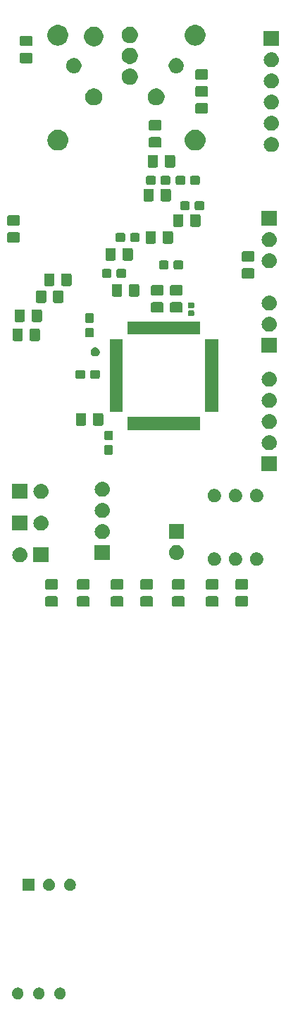
<source format=gbr>
G04 #@! TF.GenerationSoftware,KiCad,Pcbnew,(5.0.2)-1*
G04 #@! TF.CreationDate,2020-11-24T18:05:24+01:00*
G04 #@! TF.ProjectId,PCB_BLUETOOTH_V3,5043425f-424c-4554-9554-4f4f54485f56,rev?*
G04 #@! TF.SameCoordinates,Original*
G04 #@! TF.FileFunction,Soldermask,Bot*
G04 #@! TF.FilePolarity,Negative*
%FSLAX46Y46*%
G04 Gerber Fmt 4.6, Leading zero omitted, Abs format (unit mm)*
G04 Created by KiCad (PCBNEW (5.0.2)-1) date 24/11/2020 18:05:24*
%MOMM*%
%LPD*%
G01*
G04 APERTURE LIST*
%ADD10C,0.100000*%
G04 APERTURE END LIST*
D10*
G36*
X105106472Y-153834138D02*
X105234049Y-153886982D01*
X105348865Y-153963700D01*
X105446500Y-154061335D01*
X105523218Y-154176151D01*
X105576062Y-154303728D01*
X105603000Y-154439156D01*
X105603000Y-154577244D01*
X105576062Y-154712672D01*
X105523218Y-154840249D01*
X105446500Y-154955065D01*
X105348865Y-155052700D01*
X105234049Y-155129418D01*
X105106472Y-155182262D01*
X104971044Y-155209200D01*
X104832956Y-155209200D01*
X104697528Y-155182262D01*
X104569951Y-155129418D01*
X104455135Y-155052700D01*
X104357500Y-154955065D01*
X104280782Y-154840249D01*
X104227938Y-154712672D01*
X104201000Y-154577244D01*
X104201000Y-154439156D01*
X104227938Y-154303728D01*
X104280782Y-154176151D01*
X104357500Y-154061335D01*
X104455135Y-153963700D01*
X104569951Y-153886982D01*
X104697528Y-153834138D01*
X104832956Y-153807200D01*
X104971044Y-153807200D01*
X105106472Y-153834138D01*
X105106472Y-153834138D01*
G37*
G36*
X107646472Y-153834138D02*
X107774049Y-153886982D01*
X107888865Y-153963700D01*
X107986500Y-154061335D01*
X108063218Y-154176151D01*
X108116062Y-154303728D01*
X108143000Y-154439156D01*
X108143000Y-154577244D01*
X108116062Y-154712672D01*
X108063218Y-154840249D01*
X107986500Y-154955065D01*
X107888865Y-155052700D01*
X107774049Y-155129418D01*
X107646472Y-155182262D01*
X107511044Y-155209200D01*
X107372956Y-155209200D01*
X107237528Y-155182262D01*
X107109951Y-155129418D01*
X106995135Y-155052700D01*
X106897500Y-154955065D01*
X106820782Y-154840249D01*
X106767938Y-154712672D01*
X106741000Y-154577244D01*
X106741000Y-154439156D01*
X106767938Y-154303728D01*
X106820782Y-154176151D01*
X106897500Y-154061335D01*
X106995135Y-153963700D01*
X107109951Y-153886982D01*
X107237528Y-153834138D01*
X107372956Y-153807200D01*
X107511044Y-153807200D01*
X107646472Y-153834138D01*
X107646472Y-153834138D01*
G37*
G36*
X110186472Y-153834138D02*
X110314049Y-153886982D01*
X110428865Y-153963700D01*
X110526500Y-154061335D01*
X110603218Y-154176151D01*
X110656062Y-154303728D01*
X110683000Y-154439156D01*
X110683000Y-154577244D01*
X110656062Y-154712672D01*
X110603218Y-154840249D01*
X110526500Y-154955065D01*
X110428865Y-155052700D01*
X110314049Y-155129418D01*
X110186472Y-155182262D01*
X110051044Y-155209200D01*
X109912956Y-155209200D01*
X109777528Y-155182262D01*
X109649951Y-155129418D01*
X109535135Y-155052700D01*
X109437500Y-154955065D01*
X109360782Y-154840249D01*
X109307938Y-154712672D01*
X109281000Y-154577244D01*
X109281000Y-154439156D01*
X109307938Y-154303728D01*
X109360782Y-154176151D01*
X109437500Y-154061335D01*
X109535135Y-153963700D01*
X109649951Y-153886982D01*
X109777528Y-153834138D01*
X109912956Y-153807200D01*
X110051044Y-153807200D01*
X110186472Y-153834138D01*
X110186472Y-153834138D01*
G37*
G36*
X106898000Y-142204000D02*
X105446000Y-142204000D01*
X105446000Y-140752000D01*
X106898000Y-140752000D01*
X106898000Y-142204000D01*
X106898000Y-142204000D01*
G37*
G36*
X108883767Y-140779899D02*
X109015891Y-140834627D01*
X109134799Y-140914079D01*
X109235921Y-141015201D01*
X109315373Y-141134109D01*
X109370101Y-141266233D01*
X109398000Y-141406494D01*
X109398000Y-141549506D01*
X109370101Y-141689767D01*
X109315373Y-141821891D01*
X109235921Y-141940799D01*
X109134799Y-142041921D01*
X109015891Y-142121373D01*
X108883767Y-142176101D01*
X108743506Y-142204000D01*
X108600494Y-142204000D01*
X108460233Y-142176101D01*
X108328109Y-142121373D01*
X108209201Y-142041921D01*
X108108079Y-141940799D01*
X108028627Y-141821891D01*
X107973899Y-141689767D01*
X107946000Y-141549506D01*
X107946000Y-141406494D01*
X107973899Y-141266233D01*
X108028627Y-141134109D01*
X108108079Y-141015201D01*
X108209201Y-140914079D01*
X108328109Y-140834627D01*
X108460233Y-140779899D01*
X108600494Y-140752000D01*
X108743506Y-140752000D01*
X108883767Y-140779899D01*
X108883767Y-140779899D01*
G37*
G36*
X111383767Y-140779899D02*
X111515891Y-140834627D01*
X111634799Y-140914079D01*
X111735921Y-141015201D01*
X111815373Y-141134109D01*
X111870101Y-141266233D01*
X111898000Y-141406494D01*
X111898000Y-141549506D01*
X111870101Y-141689767D01*
X111815373Y-141821891D01*
X111735921Y-141940799D01*
X111634799Y-142041921D01*
X111515891Y-142121373D01*
X111383767Y-142176101D01*
X111243506Y-142204000D01*
X111100494Y-142204000D01*
X110960233Y-142176101D01*
X110828109Y-142121373D01*
X110709201Y-142041921D01*
X110608079Y-141940799D01*
X110528627Y-141821891D01*
X110473899Y-141689767D01*
X110446000Y-141549506D01*
X110446000Y-141406494D01*
X110473899Y-141266233D01*
X110528627Y-141134109D01*
X110608079Y-141015201D01*
X110709201Y-140914079D01*
X110828109Y-140834627D01*
X110960233Y-140779899D01*
X111100494Y-140752000D01*
X111243506Y-140752000D01*
X111383767Y-140779899D01*
X111383767Y-140779899D01*
G37*
G36*
X124794677Y-106838465D02*
X124832364Y-106849898D01*
X124867103Y-106868466D01*
X124897548Y-106893452D01*
X124922534Y-106923897D01*
X124941102Y-106958636D01*
X124952535Y-106996323D01*
X124957000Y-107041661D01*
X124957000Y-107878339D01*
X124952535Y-107923677D01*
X124941102Y-107961364D01*
X124922534Y-107996103D01*
X124897548Y-108026548D01*
X124867103Y-108051534D01*
X124832364Y-108070102D01*
X124794677Y-108081535D01*
X124749339Y-108086000D01*
X123662661Y-108086000D01*
X123617323Y-108081535D01*
X123579636Y-108070102D01*
X123544897Y-108051534D01*
X123514452Y-108026548D01*
X123489466Y-107996103D01*
X123470898Y-107961364D01*
X123459465Y-107923677D01*
X123455000Y-107878339D01*
X123455000Y-107041661D01*
X123459465Y-106996323D01*
X123470898Y-106958636D01*
X123489466Y-106923897D01*
X123514452Y-106893452D01*
X123544897Y-106868466D01*
X123579636Y-106849898D01*
X123617323Y-106838465D01*
X123662661Y-106834000D01*
X124749339Y-106834000D01*
X124794677Y-106838465D01*
X124794677Y-106838465D01*
G37*
G36*
X113364677Y-106838465D02*
X113402364Y-106849898D01*
X113437103Y-106868466D01*
X113467548Y-106893452D01*
X113492534Y-106923897D01*
X113511102Y-106958636D01*
X113522535Y-106996323D01*
X113527000Y-107041661D01*
X113527000Y-107878339D01*
X113522535Y-107923677D01*
X113511102Y-107961364D01*
X113492534Y-107996103D01*
X113467548Y-108026548D01*
X113437103Y-108051534D01*
X113402364Y-108070102D01*
X113364677Y-108081535D01*
X113319339Y-108086000D01*
X112232661Y-108086000D01*
X112187323Y-108081535D01*
X112149636Y-108070102D01*
X112114897Y-108051534D01*
X112084452Y-108026548D01*
X112059466Y-107996103D01*
X112040898Y-107961364D01*
X112029465Y-107923677D01*
X112025000Y-107878339D01*
X112025000Y-107041661D01*
X112029465Y-106996323D01*
X112040898Y-106958636D01*
X112059466Y-106923897D01*
X112084452Y-106893452D01*
X112114897Y-106868466D01*
X112149636Y-106849898D01*
X112187323Y-106838465D01*
X112232661Y-106834000D01*
X113319339Y-106834000D01*
X113364677Y-106838465D01*
X113364677Y-106838465D01*
G37*
G36*
X128858677Y-106838465D02*
X128896364Y-106849898D01*
X128931103Y-106868466D01*
X128961548Y-106893452D01*
X128986534Y-106923897D01*
X129005102Y-106958636D01*
X129016535Y-106996323D01*
X129021000Y-107041661D01*
X129021000Y-107878339D01*
X129016535Y-107923677D01*
X129005102Y-107961364D01*
X128986534Y-107996103D01*
X128961548Y-108026548D01*
X128931103Y-108051534D01*
X128896364Y-108070102D01*
X128858677Y-108081535D01*
X128813339Y-108086000D01*
X127726661Y-108086000D01*
X127681323Y-108081535D01*
X127643636Y-108070102D01*
X127608897Y-108051534D01*
X127578452Y-108026548D01*
X127553466Y-107996103D01*
X127534898Y-107961364D01*
X127523465Y-107923677D01*
X127519000Y-107878339D01*
X127519000Y-107041661D01*
X127523465Y-106996323D01*
X127534898Y-106958636D01*
X127553466Y-106923897D01*
X127578452Y-106893452D01*
X127608897Y-106868466D01*
X127643636Y-106849898D01*
X127681323Y-106838465D01*
X127726661Y-106834000D01*
X128813339Y-106834000D01*
X128858677Y-106838465D01*
X128858677Y-106838465D01*
G37*
G36*
X109554677Y-106838465D02*
X109592364Y-106849898D01*
X109627103Y-106868466D01*
X109657548Y-106893452D01*
X109682534Y-106923897D01*
X109701102Y-106958636D01*
X109712535Y-106996323D01*
X109717000Y-107041661D01*
X109717000Y-107878339D01*
X109712535Y-107923677D01*
X109701102Y-107961364D01*
X109682534Y-107996103D01*
X109657548Y-108026548D01*
X109627103Y-108051534D01*
X109592364Y-108070102D01*
X109554677Y-108081535D01*
X109509339Y-108086000D01*
X108422661Y-108086000D01*
X108377323Y-108081535D01*
X108339636Y-108070102D01*
X108304897Y-108051534D01*
X108274452Y-108026548D01*
X108249466Y-107996103D01*
X108230898Y-107961364D01*
X108219465Y-107923677D01*
X108215000Y-107878339D01*
X108215000Y-107041661D01*
X108219465Y-106996323D01*
X108230898Y-106958636D01*
X108249466Y-106923897D01*
X108274452Y-106893452D01*
X108304897Y-106868466D01*
X108339636Y-106849898D01*
X108377323Y-106838465D01*
X108422661Y-106834000D01*
X109509339Y-106834000D01*
X109554677Y-106838465D01*
X109554677Y-106838465D01*
G37*
G36*
X117428677Y-106838465D02*
X117466364Y-106849898D01*
X117501103Y-106868466D01*
X117531548Y-106893452D01*
X117556534Y-106923897D01*
X117575102Y-106958636D01*
X117586535Y-106996323D01*
X117591000Y-107041661D01*
X117591000Y-107878339D01*
X117586535Y-107923677D01*
X117575102Y-107961364D01*
X117556534Y-107996103D01*
X117531548Y-108026548D01*
X117501103Y-108051534D01*
X117466364Y-108070102D01*
X117428677Y-108081535D01*
X117383339Y-108086000D01*
X116296661Y-108086000D01*
X116251323Y-108081535D01*
X116213636Y-108070102D01*
X116178897Y-108051534D01*
X116148452Y-108026548D01*
X116123466Y-107996103D01*
X116104898Y-107961364D01*
X116093465Y-107923677D01*
X116089000Y-107878339D01*
X116089000Y-107041661D01*
X116093465Y-106996323D01*
X116104898Y-106958636D01*
X116123466Y-106923897D01*
X116148452Y-106893452D01*
X116178897Y-106868466D01*
X116213636Y-106849898D01*
X116251323Y-106838465D01*
X116296661Y-106834000D01*
X117383339Y-106834000D01*
X117428677Y-106838465D01*
X117428677Y-106838465D01*
G37*
G36*
X120984677Y-106838465D02*
X121022364Y-106849898D01*
X121057103Y-106868466D01*
X121087548Y-106893452D01*
X121112534Y-106923897D01*
X121131102Y-106958636D01*
X121142535Y-106996323D01*
X121147000Y-107041661D01*
X121147000Y-107878339D01*
X121142535Y-107923677D01*
X121131102Y-107961364D01*
X121112534Y-107996103D01*
X121087548Y-108026548D01*
X121057103Y-108051534D01*
X121022364Y-108070102D01*
X120984677Y-108081535D01*
X120939339Y-108086000D01*
X119852661Y-108086000D01*
X119807323Y-108081535D01*
X119769636Y-108070102D01*
X119734897Y-108051534D01*
X119704452Y-108026548D01*
X119679466Y-107996103D01*
X119660898Y-107961364D01*
X119649465Y-107923677D01*
X119645000Y-107878339D01*
X119645000Y-107041661D01*
X119649465Y-106996323D01*
X119660898Y-106958636D01*
X119679466Y-106923897D01*
X119704452Y-106893452D01*
X119734897Y-106868466D01*
X119769636Y-106849898D01*
X119807323Y-106838465D01*
X119852661Y-106834000D01*
X120939339Y-106834000D01*
X120984677Y-106838465D01*
X120984677Y-106838465D01*
G37*
G36*
X132414677Y-106820465D02*
X132452364Y-106831898D01*
X132487103Y-106850466D01*
X132517548Y-106875452D01*
X132542534Y-106905897D01*
X132561102Y-106940636D01*
X132572535Y-106978323D01*
X132577000Y-107023661D01*
X132577000Y-107860339D01*
X132572535Y-107905677D01*
X132561102Y-107943364D01*
X132542534Y-107978103D01*
X132517548Y-108008548D01*
X132487103Y-108033534D01*
X132452364Y-108052102D01*
X132414677Y-108063535D01*
X132369339Y-108068000D01*
X131282661Y-108068000D01*
X131237323Y-108063535D01*
X131199636Y-108052102D01*
X131164897Y-108033534D01*
X131134452Y-108008548D01*
X131109466Y-107978103D01*
X131090898Y-107943364D01*
X131079465Y-107905677D01*
X131075000Y-107860339D01*
X131075000Y-107023661D01*
X131079465Y-106978323D01*
X131090898Y-106940636D01*
X131109466Y-106905897D01*
X131134452Y-106875452D01*
X131164897Y-106850466D01*
X131199636Y-106831898D01*
X131237323Y-106820465D01*
X131282661Y-106816000D01*
X132369339Y-106816000D01*
X132414677Y-106820465D01*
X132414677Y-106820465D01*
G37*
G36*
X128858677Y-104788465D02*
X128896364Y-104799898D01*
X128931103Y-104818466D01*
X128961548Y-104843452D01*
X128986534Y-104873897D01*
X129005102Y-104908636D01*
X129016535Y-104946323D01*
X129021000Y-104991661D01*
X129021000Y-105828339D01*
X129016535Y-105873677D01*
X129005102Y-105911364D01*
X128986534Y-105946103D01*
X128961548Y-105976548D01*
X128931103Y-106001534D01*
X128896364Y-106020102D01*
X128858677Y-106031535D01*
X128813339Y-106036000D01*
X127726661Y-106036000D01*
X127681323Y-106031535D01*
X127643636Y-106020102D01*
X127608897Y-106001534D01*
X127578452Y-105976548D01*
X127553466Y-105946103D01*
X127534898Y-105911364D01*
X127523465Y-105873677D01*
X127519000Y-105828339D01*
X127519000Y-104991661D01*
X127523465Y-104946323D01*
X127534898Y-104908636D01*
X127553466Y-104873897D01*
X127578452Y-104843452D01*
X127608897Y-104818466D01*
X127643636Y-104799898D01*
X127681323Y-104788465D01*
X127726661Y-104784000D01*
X128813339Y-104784000D01*
X128858677Y-104788465D01*
X128858677Y-104788465D01*
G37*
G36*
X113364677Y-104788465D02*
X113402364Y-104799898D01*
X113437103Y-104818466D01*
X113467548Y-104843452D01*
X113492534Y-104873897D01*
X113511102Y-104908636D01*
X113522535Y-104946323D01*
X113527000Y-104991661D01*
X113527000Y-105828339D01*
X113522535Y-105873677D01*
X113511102Y-105911364D01*
X113492534Y-105946103D01*
X113467548Y-105976548D01*
X113437103Y-106001534D01*
X113402364Y-106020102D01*
X113364677Y-106031535D01*
X113319339Y-106036000D01*
X112232661Y-106036000D01*
X112187323Y-106031535D01*
X112149636Y-106020102D01*
X112114897Y-106001534D01*
X112084452Y-105976548D01*
X112059466Y-105946103D01*
X112040898Y-105911364D01*
X112029465Y-105873677D01*
X112025000Y-105828339D01*
X112025000Y-104991661D01*
X112029465Y-104946323D01*
X112040898Y-104908636D01*
X112059466Y-104873897D01*
X112084452Y-104843452D01*
X112114897Y-104818466D01*
X112149636Y-104799898D01*
X112187323Y-104788465D01*
X112232661Y-104784000D01*
X113319339Y-104784000D01*
X113364677Y-104788465D01*
X113364677Y-104788465D01*
G37*
G36*
X124794677Y-104788465D02*
X124832364Y-104799898D01*
X124867103Y-104818466D01*
X124897548Y-104843452D01*
X124922534Y-104873897D01*
X124941102Y-104908636D01*
X124952535Y-104946323D01*
X124957000Y-104991661D01*
X124957000Y-105828339D01*
X124952535Y-105873677D01*
X124941102Y-105911364D01*
X124922534Y-105946103D01*
X124897548Y-105976548D01*
X124867103Y-106001534D01*
X124832364Y-106020102D01*
X124794677Y-106031535D01*
X124749339Y-106036000D01*
X123662661Y-106036000D01*
X123617323Y-106031535D01*
X123579636Y-106020102D01*
X123544897Y-106001534D01*
X123514452Y-105976548D01*
X123489466Y-105946103D01*
X123470898Y-105911364D01*
X123459465Y-105873677D01*
X123455000Y-105828339D01*
X123455000Y-104991661D01*
X123459465Y-104946323D01*
X123470898Y-104908636D01*
X123489466Y-104873897D01*
X123514452Y-104843452D01*
X123544897Y-104818466D01*
X123579636Y-104799898D01*
X123617323Y-104788465D01*
X123662661Y-104784000D01*
X124749339Y-104784000D01*
X124794677Y-104788465D01*
X124794677Y-104788465D01*
G37*
G36*
X109554677Y-104788465D02*
X109592364Y-104799898D01*
X109627103Y-104818466D01*
X109657548Y-104843452D01*
X109682534Y-104873897D01*
X109701102Y-104908636D01*
X109712535Y-104946323D01*
X109717000Y-104991661D01*
X109717000Y-105828339D01*
X109712535Y-105873677D01*
X109701102Y-105911364D01*
X109682534Y-105946103D01*
X109657548Y-105976548D01*
X109627103Y-106001534D01*
X109592364Y-106020102D01*
X109554677Y-106031535D01*
X109509339Y-106036000D01*
X108422661Y-106036000D01*
X108377323Y-106031535D01*
X108339636Y-106020102D01*
X108304897Y-106001534D01*
X108274452Y-105976548D01*
X108249466Y-105946103D01*
X108230898Y-105911364D01*
X108219465Y-105873677D01*
X108215000Y-105828339D01*
X108215000Y-104991661D01*
X108219465Y-104946323D01*
X108230898Y-104908636D01*
X108249466Y-104873897D01*
X108274452Y-104843452D01*
X108304897Y-104818466D01*
X108339636Y-104799898D01*
X108377323Y-104788465D01*
X108422661Y-104784000D01*
X109509339Y-104784000D01*
X109554677Y-104788465D01*
X109554677Y-104788465D01*
G37*
G36*
X120984677Y-104788465D02*
X121022364Y-104799898D01*
X121057103Y-104818466D01*
X121087548Y-104843452D01*
X121112534Y-104873897D01*
X121131102Y-104908636D01*
X121142535Y-104946323D01*
X121147000Y-104991661D01*
X121147000Y-105828339D01*
X121142535Y-105873677D01*
X121131102Y-105911364D01*
X121112534Y-105946103D01*
X121087548Y-105976548D01*
X121057103Y-106001534D01*
X121022364Y-106020102D01*
X120984677Y-106031535D01*
X120939339Y-106036000D01*
X119852661Y-106036000D01*
X119807323Y-106031535D01*
X119769636Y-106020102D01*
X119734897Y-106001534D01*
X119704452Y-105976548D01*
X119679466Y-105946103D01*
X119660898Y-105911364D01*
X119649465Y-105873677D01*
X119645000Y-105828339D01*
X119645000Y-104991661D01*
X119649465Y-104946323D01*
X119660898Y-104908636D01*
X119679466Y-104873897D01*
X119704452Y-104843452D01*
X119734897Y-104818466D01*
X119769636Y-104799898D01*
X119807323Y-104788465D01*
X119852661Y-104784000D01*
X120939339Y-104784000D01*
X120984677Y-104788465D01*
X120984677Y-104788465D01*
G37*
G36*
X117428677Y-104788465D02*
X117466364Y-104799898D01*
X117501103Y-104818466D01*
X117531548Y-104843452D01*
X117556534Y-104873897D01*
X117575102Y-104908636D01*
X117586535Y-104946323D01*
X117591000Y-104991661D01*
X117591000Y-105828339D01*
X117586535Y-105873677D01*
X117575102Y-105911364D01*
X117556534Y-105946103D01*
X117531548Y-105976548D01*
X117501103Y-106001534D01*
X117466364Y-106020102D01*
X117428677Y-106031535D01*
X117383339Y-106036000D01*
X116296661Y-106036000D01*
X116251323Y-106031535D01*
X116213636Y-106020102D01*
X116178897Y-106001534D01*
X116148452Y-105976548D01*
X116123466Y-105946103D01*
X116104898Y-105911364D01*
X116093465Y-105873677D01*
X116089000Y-105828339D01*
X116089000Y-104991661D01*
X116093465Y-104946323D01*
X116104898Y-104908636D01*
X116123466Y-104873897D01*
X116148452Y-104843452D01*
X116178897Y-104818466D01*
X116213636Y-104799898D01*
X116251323Y-104788465D01*
X116296661Y-104784000D01*
X117383339Y-104784000D01*
X117428677Y-104788465D01*
X117428677Y-104788465D01*
G37*
G36*
X132414677Y-104770465D02*
X132452364Y-104781898D01*
X132487103Y-104800466D01*
X132517548Y-104825452D01*
X132542534Y-104855897D01*
X132561102Y-104890636D01*
X132572535Y-104928323D01*
X132577000Y-104973661D01*
X132577000Y-105810339D01*
X132572535Y-105855677D01*
X132561102Y-105893364D01*
X132542534Y-105928103D01*
X132517548Y-105958548D01*
X132487103Y-105983534D01*
X132452364Y-106002102D01*
X132414677Y-106013535D01*
X132369339Y-106018000D01*
X131282661Y-106018000D01*
X131237323Y-106013535D01*
X131199636Y-106002102D01*
X131164897Y-105983534D01*
X131134452Y-105958548D01*
X131109466Y-105928103D01*
X131090898Y-105893364D01*
X131079465Y-105855677D01*
X131075000Y-105810339D01*
X131075000Y-104973661D01*
X131079465Y-104928323D01*
X131090898Y-104890636D01*
X131109466Y-104855897D01*
X131134452Y-104825452D01*
X131164897Y-104800466D01*
X131199636Y-104781898D01*
X131237323Y-104770465D01*
X131282661Y-104766000D01*
X132369339Y-104766000D01*
X132414677Y-104770465D01*
X132414677Y-104770465D01*
G37*
G36*
X128757643Y-101591781D02*
X128903415Y-101652162D01*
X129034611Y-101739824D01*
X129146176Y-101851389D01*
X129233838Y-101982585D01*
X129294219Y-102128357D01*
X129325000Y-102283107D01*
X129325000Y-102440893D01*
X129294219Y-102595643D01*
X129233838Y-102741415D01*
X129146176Y-102872611D01*
X129034611Y-102984176D01*
X128903415Y-103071838D01*
X128757643Y-103132219D01*
X128602893Y-103163000D01*
X128445107Y-103163000D01*
X128290357Y-103132219D01*
X128144585Y-103071838D01*
X128013389Y-102984176D01*
X127901824Y-102872611D01*
X127814162Y-102741415D01*
X127753781Y-102595643D01*
X127723000Y-102440893D01*
X127723000Y-102283107D01*
X127753781Y-102128357D01*
X127814162Y-101982585D01*
X127901824Y-101851389D01*
X128013389Y-101739824D01*
X128144585Y-101652162D01*
X128290357Y-101591781D01*
X128445107Y-101561000D01*
X128602893Y-101561000D01*
X128757643Y-101591781D01*
X128757643Y-101591781D01*
G37*
G36*
X133837643Y-101591781D02*
X133983415Y-101652162D01*
X134114611Y-101739824D01*
X134226176Y-101851389D01*
X134313838Y-101982585D01*
X134374219Y-102128357D01*
X134405000Y-102283107D01*
X134405000Y-102440893D01*
X134374219Y-102595643D01*
X134313838Y-102741415D01*
X134226176Y-102872611D01*
X134114611Y-102984176D01*
X133983415Y-103071838D01*
X133837643Y-103132219D01*
X133682893Y-103163000D01*
X133525107Y-103163000D01*
X133370357Y-103132219D01*
X133224585Y-103071838D01*
X133093389Y-102984176D01*
X132981824Y-102872611D01*
X132894162Y-102741415D01*
X132833781Y-102595643D01*
X132803000Y-102440893D01*
X132803000Y-102283107D01*
X132833781Y-102128357D01*
X132894162Y-101982585D01*
X132981824Y-101851389D01*
X133093389Y-101739824D01*
X133224585Y-101652162D01*
X133370357Y-101591781D01*
X133525107Y-101561000D01*
X133682893Y-101561000D01*
X133837643Y-101591781D01*
X133837643Y-101591781D01*
G37*
G36*
X131297643Y-101591781D02*
X131443415Y-101652162D01*
X131574611Y-101739824D01*
X131686176Y-101851389D01*
X131773838Y-101982585D01*
X131834219Y-102128357D01*
X131865000Y-102283107D01*
X131865000Y-102440893D01*
X131834219Y-102595643D01*
X131773838Y-102741415D01*
X131686176Y-102872611D01*
X131574611Y-102984176D01*
X131443415Y-103071838D01*
X131297643Y-103132219D01*
X131142893Y-103163000D01*
X130985107Y-103163000D01*
X130830357Y-103132219D01*
X130684585Y-103071838D01*
X130553389Y-102984176D01*
X130441824Y-102872611D01*
X130354162Y-102741415D01*
X130293781Y-102595643D01*
X130263000Y-102440893D01*
X130263000Y-102283107D01*
X130293781Y-102128357D01*
X130354162Y-101982585D01*
X130441824Y-101851389D01*
X130553389Y-101739824D01*
X130684585Y-101652162D01*
X130830357Y-101591781D01*
X130985107Y-101561000D01*
X131142893Y-101561000D01*
X131297643Y-101591781D01*
X131297643Y-101591781D01*
G37*
G36*
X105266443Y-100959519D02*
X105332627Y-100966037D01*
X105445853Y-101000384D01*
X105502467Y-101017557D01*
X105603593Y-101071611D01*
X105658991Y-101101222D01*
X105694729Y-101130552D01*
X105796186Y-101213814D01*
X105879448Y-101315271D01*
X105908778Y-101351009D01*
X105908779Y-101351011D01*
X105992443Y-101507533D01*
X105992443Y-101507534D01*
X106043963Y-101677373D01*
X106061359Y-101854000D01*
X106043963Y-102030627D01*
X106014317Y-102128357D01*
X105992443Y-102200467D01*
X105984789Y-102214786D01*
X105908778Y-102356991D01*
X105879448Y-102392729D01*
X105796186Y-102494186D01*
X105694729Y-102577448D01*
X105658991Y-102606778D01*
X105658989Y-102606779D01*
X105502467Y-102690443D01*
X105445853Y-102707616D01*
X105332627Y-102741963D01*
X105266442Y-102748482D01*
X105200260Y-102755000D01*
X105111740Y-102755000D01*
X105045557Y-102748481D01*
X104979373Y-102741963D01*
X104866147Y-102707616D01*
X104809533Y-102690443D01*
X104653011Y-102606779D01*
X104653009Y-102606778D01*
X104617271Y-102577448D01*
X104515814Y-102494186D01*
X104432552Y-102392729D01*
X104403222Y-102356991D01*
X104327211Y-102214786D01*
X104319557Y-102200467D01*
X104297683Y-102128357D01*
X104268037Y-102030627D01*
X104250641Y-101854000D01*
X104268037Y-101677373D01*
X104319557Y-101507534D01*
X104319557Y-101507533D01*
X104403221Y-101351011D01*
X104403222Y-101351009D01*
X104432552Y-101315271D01*
X104515814Y-101213814D01*
X104617271Y-101130552D01*
X104653009Y-101101222D01*
X104708407Y-101071611D01*
X104809533Y-101017557D01*
X104866147Y-101000384D01*
X104979373Y-100966037D01*
X105045558Y-100959518D01*
X105111740Y-100953000D01*
X105200260Y-100953000D01*
X105266443Y-100959519D01*
X105266443Y-100959519D01*
G37*
G36*
X108597000Y-102755000D02*
X106795000Y-102755000D01*
X106795000Y-100953000D01*
X108597000Y-100953000D01*
X108597000Y-102755000D01*
X108597000Y-102755000D01*
G37*
G36*
X115963000Y-102501000D02*
X114161000Y-102501000D01*
X114161000Y-100699000D01*
X115963000Y-100699000D01*
X115963000Y-102501000D01*
X115963000Y-102501000D01*
G37*
G36*
X124087843Y-100680119D02*
X124154027Y-100686637D01*
X124267253Y-100720984D01*
X124323867Y-100738157D01*
X124462487Y-100812252D01*
X124480391Y-100821822D01*
X124516129Y-100851152D01*
X124617586Y-100934414D01*
X124700848Y-101035871D01*
X124730178Y-101071609D01*
X124730179Y-101071611D01*
X124813843Y-101228133D01*
X124813843Y-101228134D01*
X124865363Y-101397973D01*
X124882759Y-101574600D01*
X124865363Y-101751227D01*
X124834979Y-101851389D01*
X124813843Y-101921067D01*
X124780961Y-101982584D01*
X124730178Y-102077591D01*
X124700848Y-102113329D01*
X124617586Y-102214786D01*
X124534335Y-102283107D01*
X124480391Y-102327378D01*
X124480389Y-102327379D01*
X124323867Y-102411043D01*
X124267253Y-102428216D01*
X124154027Y-102462563D01*
X124087842Y-102469082D01*
X124021660Y-102475600D01*
X123933140Y-102475600D01*
X123866957Y-102469081D01*
X123800773Y-102462563D01*
X123687547Y-102428216D01*
X123630933Y-102411043D01*
X123474411Y-102327379D01*
X123474409Y-102327378D01*
X123420465Y-102283107D01*
X123337214Y-102214786D01*
X123253952Y-102113329D01*
X123224622Y-102077591D01*
X123173839Y-101982584D01*
X123140957Y-101921067D01*
X123119821Y-101851389D01*
X123089437Y-101751227D01*
X123072041Y-101574600D01*
X123089437Y-101397973D01*
X123140957Y-101228134D01*
X123140957Y-101228133D01*
X123224621Y-101071611D01*
X123224622Y-101071609D01*
X123253952Y-101035871D01*
X123337214Y-100934414D01*
X123438671Y-100851152D01*
X123474409Y-100821822D01*
X123492313Y-100812252D01*
X123630933Y-100738157D01*
X123687547Y-100720984D01*
X123800773Y-100686637D01*
X123866957Y-100680119D01*
X123933140Y-100673600D01*
X124021660Y-100673600D01*
X124087843Y-100680119D01*
X124087843Y-100680119D01*
G37*
G36*
X115172443Y-98165519D02*
X115238627Y-98172037D01*
X115351853Y-98206384D01*
X115408467Y-98223557D01*
X115547087Y-98297652D01*
X115564991Y-98307222D01*
X115600729Y-98336552D01*
X115702186Y-98419814D01*
X115785448Y-98521271D01*
X115814778Y-98557009D01*
X115814779Y-98557011D01*
X115898443Y-98713533D01*
X115898443Y-98713534D01*
X115949963Y-98883373D01*
X115967359Y-99060000D01*
X115949963Y-99236627D01*
X115915616Y-99349853D01*
X115898443Y-99406467D01*
X115824348Y-99545087D01*
X115814778Y-99562991D01*
X115785448Y-99598729D01*
X115702186Y-99700186D01*
X115600729Y-99783448D01*
X115564991Y-99812778D01*
X115564989Y-99812779D01*
X115408467Y-99896443D01*
X115351853Y-99913616D01*
X115238627Y-99947963D01*
X115172443Y-99954481D01*
X115106260Y-99961000D01*
X115017740Y-99961000D01*
X114951557Y-99954481D01*
X114885373Y-99947963D01*
X114772147Y-99913616D01*
X114715533Y-99896443D01*
X114559011Y-99812779D01*
X114559009Y-99812778D01*
X114523271Y-99783448D01*
X114421814Y-99700186D01*
X114338552Y-99598729D01*
X114309222Y-99562991D01*
X114299652Y-99545087D01*
X114225557Y-99406467D01*
X114208384Y-99349853D01*
X114174037Y-99236627D01*
X114156641Y-99060000D01*
X114174037Y-98883373D01*
X114225557Y-98713534D01*
X114225557Y-98713533D01*
X114309221Y-98557011D01*
X114309222Y-98557009D01*
X114338552Y-98521271D01*
X114421814Y-98419814D01*
X114523271Y-98336552D01*
X114559009Y-98307222D01*
X114576913Y-98297652D01*
X114715533Y-98223557D01*
X114772147Y-98206384D01*
X114885373Y-98172037D01*
X114951557Y-98165519D01*
X115017740Y-98159000D01*
X115106260Y-98159000D01*
X115172443Y-98165519D01*
X115172443Y-98165519D01*
G37*
G36*
X124878400Y-99935600D02*
X123076400Y-99935600D01*
X123076400Y-98133600D01*
X124878400Y-98133600D01*
X124878400Y-99935600D01*
X124878400Y-99935600D01*
G37*
G36*
X107806443Y-97149519D02*
X107872627Y-97156037D01*
X107985853Y-97190384D01*
X108042467Y-97207557D01*
X108164485Y-97272778D01*
X108198991Y-97291222D01*
X108234729Y-97320552D01*
X108336186Y-97403814D01*
X108419448Y-97505271D01*
X108448778Y-97541009D01*
X108448779Y-97541011D01*
X108532443Y-97697533D01*
X108532443Y-97697534D01*
X108583963Y-97867373D01*
X108601359Y-98044000D01*
X108583963Y-98220627D01*
X108583074Y-98223557D01*
X108532443Y-98390467D01*
X108516756Y-98419814D01*
X108448778Y-98546991D01*
X108419448Y-98582729D01*
X108336186Y-98684186D01*
X108234729Y-98767448D01*
X108198991Y-98796778D01*
X108198989Y-98796779D01*
X108042467Y-98880443D01*
X107985853Y-98897616D01*
X107872627Y-98931963D01*
X107806443Y-98938481D01*
X107740260Y-98945000D01*
X107651740Y-98945000D01*
X107585558Y-98938482D01*
X107519373Y-98931963D01*
X107406147Y-98897616D01*
X107349533Y-98880443D01*
X107193011Y-98796779D01*
X107193009Y-98796778D01*
X107157271Y-98767448D01*
X107055814Y-98684186D01*
X106972552Y-98582729D01*
X106943222Y-98546991D01*
X106875244Y-98419814D01*
X106859557Y-98390467D01*
X106808926Y-98223557D01*
X106808037Y-98220627D01*
X106790641Y-98044000D01*
X106808037Y-97867373D01*
X106859557Y-97697534D01*
X106859557Y-97697533D01*
X106943221Y-97541011D01*
X106943222Y-97541009D01*
X106972552Y-97505271D01*
X107055814Y-97403814D01*
X107157271Y-97320552D01*
X107193009Y-97291222D01*
X107227515Y-97272778D01*
X107349533Y-97207557D01*
X107406147Y-97190384D01*
X107519373Y-97156037D01*
X107585558Y-97149518D01*
X107651740Y-97143000D01*
X107740260Y-97143000D01*
X107806443Y-97149519D01*
X107806443Y-97149519D01*
G37*
G36*
X106057000Y-98945000D02*
X104255000Y-98945000D01*
X104255000Y-97143000D01*
X106057000Y-97143000D01*
X106057000Y-98945000D01*
X106057000Y-98945000D01*
G37*
G36*
X115172442Y-95625518D02*
X115238627Y-95632037D01*
X115351853Y-95666384D01*
X115408467Y-95683557D01*
X115547087Y-95757652D01*
X115564991Y-95767222D01*
X115600729Y-95796552D01*
X115702186Y-95879814D01*
X115785448Y-95981271D01*
X115814778Y-96017009D01*
X115814779Y-96017011D01*
X115898443Y-96173533D01*
X115898443Y-96173534D01*
X115949963Y-96343373D01*
X115967359Y-96520000D01*
X115949963Y-96696627D01*
X115915616Y-96809853D01*
X115898443Y-96866467D01*
X115824348Y-97005087D01*
X115814778Y-97022991D01*
X115785448Y-97058729D01*
X115702186Y-97160186D01*
X115600729Y-97243448D01*
X115564991Y-97272778D01*
X115564989Y-97272779D01*
X115408467Y-97356443D01*
X115351853Y-97373616D01*
X115238627Y-97407963D01*
X115172442Y-97414482D01*
X115106260Y-97421000D01*
X115017740Y-97421000D01*
X114951558Y-97414482D01*
X114885373Y-97407963D01*
X114772147Y-97373616D01*
X114715533Y-97356443D01*
X114559011Y-97272779D01*
X114559009Y-97272778D01*
X114523271Y-97243448D01*
X114421814Y-97160186D01*
X114338552Y-97058729D01*
X114309222Y-97022991D01*
X114299652Y-97005087D01*
X114225557Y-96866467D01*
X114208384Y-96809853D01*
X114174037Y-96696627D01*
X114156641Y-96520000D01*
X114174037Y-96343373D01*
X114225557Y-96173534D01*
X114225557Y-96173533D01*
X114309221Y-96017011D01*
X114309222Y-96017009D01*
X114338552Y-95981271D01*
X114421814Y-95879814D01*
X114523271Y-95796552D01*
X114559009Y-95767222D01*
X114576913Y-95757652D01*
X114715533Y-95683557D01*
X114772147Y-95666384D01*
X114885373Y-95632037D01*
X114951558Y-95625518D01*
X115017740Y-95619000D01*
X115106260Y-95619000D01*
X115172442Y-95625518D01*
X115172442Y-95625518D01*
G37*
G36*
X131297643Y-93971781D02*
X131443415Y-94032162D01*
X131574611Y-94119824D01*
X131686176Y-94231389D01*
X131773838Y-94362585D01*
X131834219Y-94508357D01*
X131865000Y-94663107D01*
X131865000Y-94820893D01*
X131834219Y-94975643D01*
X131773838Y-95121415D01*
X131686176Y-95252611D01*
X131574611Y-95364176D01*
X131443415Y-95451838D01*
X131297643Y-95512219D01*
X131142893Y-95543000D01*
X130985107Y-95543000D01*
X130830357Y-95512219D01*
X130684585Y-95451838D01*
X130553389Y-95364176D01*
X130441824Y-95252611D01*
X130354162Y-95121415D01*
X130293781Y-94975643D01*
X130263000Y-94820893D01*
X130263000Y-94663107D01*
X130293781Y-94508357D01*
X130354162Y-94362585D01*
X130441824Y-94231389D01*
X130553389Y-94119824D01*
X130684585Y-94032162D01*
X130830357Y-93971781D01*
X130985107Y-93941000D01*
X131142893Y-93941000D01*
X131297643Y-93971781D01*
X131297643Y-93971781D01*
G37*
G36*
X133837643Y-93971781D02*
X133983415Y-94032162D01*
X134114611Y-94119824D01*
X134226176Y-94231389D01*
X134313838Y-94362585D01*
X134374219Y-94508357D01*
X134405000Y-94663107D01*
X134405000Y-94820893D01*
X134374219Y-94975643D01*
X134313838Y-95121415D01*
X134226176Y-95252611D01*
X134114611Y-95364176D01*
X133983415Y-95451838D01*
X133837643Y-95512219D01*
X133682893Y-95543000D01*
X133525107Y-95543000D01*
X133370357Y-95512219D01*
X133224585Y-95451838D01*
X133093389Y-95364176D01*
X132981824Y-95252611D01*
X132894162Y-95121415D01*
X132833781Y-94975643D01*
X132803000Y-94820893D01*
X132803000Y-94663107D01*
X132833781Y-94508357D01*
X132894162Y-94362585D01*
X132981824Y-94231389D01*
X133093389Y-94119824D01*
X133224585Y-94032162D01*
X133370357Y-93971781D01*
X133525107Y-93941000D01*
X133682893Y-93941000D01*
X133837643Y-93971781D01*
X133837643Y-93971781D01*
G37*
G36*
X128757643Y-93971781D02*
X128903415Y-94032162D01*
X129034611Y-94119824D01*
X129146176Y-94231389D01*
X129233838Y-94362585D01*
X129294219Y-94508357D01*
X129325000Y-94663107D01*
X129325000Y-94820893D01*
X129294219Y-94975643D01*
X129233838Y-95121415D01*
X129146176Y-95252611D01*
X129034611Y-95364176D01*
X128903415Y-95451838D01*
X128757643Y-95512219D01*
X128602893Y-95543000D01*
X128445107Y-95543000D01*
X128290357Y-95512219D01*
X128144585Y-95451838D01*
X128013389Y-95364176D01*
X127901824Y-95252611D01*
X127814162Y-95121415D01*
X127753781Y-94975643D01*
X127723000Y-94820893D01*
X127723000Y-94663107D01*
X127753781Y-94508357D01*
X127814162Y-94362585D01*
X127901824Y-94231389D01*
X128013389Y-94119824D01*
X128144585Y-94032162D01*
X128290357Y-93971781D01*
X128445107Y-93941000D01*
X128602893Y-93941000D01*
X128757643Y-93971781D01*
X128757643Y-93971781D01*
G37*
G36*
X106057000Y-95135000D02*
X104255000Y-95135000D01*
X104255000Y-93333000D01*
X106057000Y-93333000D01*
X106057000Y-95135000D01*
X106057000Y-95135000D01*
G37*
G36*
X107806442Y-93339518D02*
X107872627Y-93346037D01*
X107985853Y-93380384D01*
X108042467Y-93397557D01*
X108181087Y-93471652D01*
X108198991Y-93481222D01*
X108234729Y-93510552D01*
X108336186Y-93593814D01*
X108419448Y-93695271D01*
X108448778Y-93731009D01*
X108448779Y-93731011D01*
X108532443Y-93887533D01*
X108532443Y-93887534D01*
X108583963Y-94057373D01*
X108601359Y-94234000D01*
X108583963Y-94410627D01*
X108554317Y-94508357D01*
X108532443Y-94580467D01*
X108511213Y-94620185D01*
X108448778Y-94736991D01*
X108419448Y-94772729D01*
X108336186Y-94874186D01*
X108234729Y-94957448D01*
X108198991Y-94986778D01*
X108198989Y-94986779D01*
X108042467Y-95070443D01*
X107985853Y-95087616D01*
X107872627Y-95121963D01*
X107806442Y-95128482D01*
X107740260Y-95135000D01*
X107651740Y-95135000D01*
X107585558Y-95128482D01*
X107519373Y-95121963D01*
X107406147Y-95087616D01*
X107349533Y-95070443D01*
X107193011Y-94986779D01*
X107193009Y-94986778D01*
X107157271Y-94957448D01*
X107055814Y-94874186D01*
X106972552Y-94772729D01*
X106943222Y-94736991D01*
X106880787Y-94620185D01*
X106859557Y-94580467D01*
X106837683Y-94508357D01*
X106808037Y-94410627D01*
X106790641Y-94234000D01*
X106808037Y-94057373D01*
X106859557Y-93887534D01*
X106859557Y-93887533D01*
X106943221Y-93731011D01*
X106943222Y-93731009D01*
X106972552Y-93695271D01*
X107055814Y-93593814D01*
X107157271Y-93510552D01*
X107193009Y-93481222D01*
X107210913Y-93471652D01*
X107349533Y-93397557D01*
X107406147Y-93380384D01*
X107519373Y-93346037D01*
X107585558Y-93339518D01*
X107651740Y-93333000D01*
X107740260Y-93333000D01*
X107806442Y-93339518D01*
X107806442Y-93339518D01*
G37*
G36*
X115172443Y-93085519D02*
X115238627Y-93092037D01*
X115351853Y-93126384D01*
X115408467Y-93143557D01*
X115547087Y-93217652D01*
X115564991Y-93227222D01*
X115600729Y-93256552D01*
X115702186Y-93339814D01*
X115785448Y-93441271D01*
X115814778Y-93477009D01*
X115814779Y-93477011D01*
X115898443Y-93633533D01*
X115898443Y-93633534D01*
X115949963Y-93803373D01*
X115967359Y-93980000D01*
X115949963Y-94156627D01*
X115927284Y-94231389D01*
X115898443Y-94326467D01*
X115879137Y-94362585D01*
X115814778Y-94482991D01*
X115785448Y-94518729D01*
X115702186Y-94620186D01*
X115600729Y-94703448D01*
X115564991Y-94732778D01*
X115564989Y-94732779D01*
X115408467Y-94816443D01*
X115351853Y-94833616D01*
X115238627Y-94867963D01*
X115175453Y-94874185D01*
X115106260Y-94881000D01*
X115017740Y-94881000D01*
X114948547Y-94874185D01*
X114885373Y-94867963D01*
X114772147Y-94833616D01*
X114715533Y-94816443D01*
X114559011Y-94732779D01*
X114559009Y-94732778D01*
X114523271Y-94703448D01*
X114421814Y-94620186D01*
X114338552Y-94518729D01*
X114309222Y-94482991D01*
X114244863Y-94362585D01*
X114225557Y-94326467D01*
X114196716Y-94231389D01*
X114174037Y-94156627D01*
X114156641Y-93980000D01*
X114174037Y-93803373D01*
X114225557Y-93633534D01*
X114225557Y-93633533D01*
X114309221Y-93477011D01*
X114309222Y-93477009D01*
X114338552Y-93441271D01*
X114421814Y-93339814D01*
X114523271Y-93256552D01*
X114559009Y-93227222D01*
X114576913Y-93217652D01*
X114715533Y-93143557D01*
X114772147Y-93126384D01*
X114885373Y-93092037D01*
X114951557Y-93085519D01*
X115017740Y-93079000D01*
X115106260Y-93079000D01*
X115172443Y-93085519D01*
X115172443Y-93085519D01*
G37*
G36*
X136029000Y-91833000D02*
X134227000Y-91833000D01*
X134227000Y-90031000D01*
X136029000Y-90031000D01*
X136029000Y-91833000D01*
X136029000Y-91833000D01*
G37*
G36*
X116188499Y-88695445D02*
X116225993Y-88706819D01*
X116260557Y-88725294D01*
X116290847Y-88750153D01*
X116315706Y-88780443D01*
X116334181Y-88815007D01*
X116345555Y-88852501D01*
X116350000Y-88897638D01*
X116350000Y-89636362D01*
X116345555Y-89681499D01*
X116334181Y-89718993D01*
X116315706Y-89753557D01*
X116290847Y-89783847D01*
X116260557Y-89808706D01*
X116225993Y-89827181D01*
X116188499Y-89838555D01*
X116143362Y-89843000D01*
X115504638Y-89843000D01*
X115459501Y-89838555D01*
X115422007Y-89827181D01*
X115387443Y-89808706D01*
X115357153Y-89783847D01*
X115332294Y-89753557D01*
X115313819Y-89718993D01*
X115302445Y-89681499D01*
X115298000Y-89636362D01*
X115298000Y-88897638D01*
X115302445Y-88852501D01*
X115313819Y-88815007D01*
X115332294Y-88780443D01*
X115357153Y-88750153D01*
X115387443Y-88725294D01*
X115422007Y-88706819D01*
X115459501Y-88695445D01*
X115504638Y-88691000D01*
X116143362Y-88691000D01*
X116188499Y-88695445D01*
X116188499Y-88695445D01*
G37*
G36*
X135238443Y-87497519D02*
X135304627Y-87504037D01*
X135417853Y-87538384D01*
X135474467Y-87555557D01*
X135613087Y-87629652D01*
X135630991Y-87639222D01*
X135666729Y-87668552D01*
X135768186Y-87751814D01*
X135851448Y-87853271D01*
X135880778Y-87889009D01*
X135880779Y-87889011D01*
X135964443Y-88045533D01*
X135968439Y-88058706D01*
X136015963Y-88215373D01*
X136033359Y-88392000D01*
X136015963Y-88568627D01*
X135981616Y-88681853D01*
X135964443Y-88738467D01*
X135923531Y-88815007D01*
X135880778Y-88894991D01*
X135851448Y-88930729D01*
X135768186Y-89032186D01*
X135666729Y-89115448D01*
X135630991Y-89144778D01*
X135630989Y-89144779D01*
X135474467Y-89228443D01*
X135417853Y-89245616D01*
X135304627Y-89279963D01*
X135238443Y-89286481D01*
X135172260Y-89293000D01*
X135083740Y-89293000D01*
X135017557Y-89286481D01*
X134951373Y-89279963D01*
X134838147Y-89245616D01*
X134781533Y-89228443D01*
X134625011Y-89144779D01*
X134625009Y-89144778D01*
X134589271Y-89115448D01*
X134487814Y-89032186D01*
X134404552Y-88930729D01*
X134375222Y-88894991D01*
X134332469Y-88815007D01*
X134291557Y-88738467D01*
X134274384Y-88681853D01*
X134240037Y-88568627D01*
X134222641Y-88392000D01*
X134240037Y-88215373D01*
X134287561Y-88058706D01*
X134291557Y-88045533D01*
X134375221Y-87889011D01*
X134375222Y-87889009D01*
X134404552Y-87853271D01*
X134487814Y-87751814D01*
X134589271Y-87668552D01*
X134625009Y-87639222D01*
X134642913Y-87629652D01*
X134781533Y-87555557D01*
X134838147Y-87538384D01*
X134951373Y-87504037D01*
X135017557Y-87497519D01*
X135083740Y-87491000D01*
X135172260Y-87491000D01*
X135238443Y-87497519D01*
X135238443Y-87497519D01*
G37*
G36*
X116188499Y-86945445D02*
X116225993Y-86956819D01*
X116260557Y-86975294D01*
X116290847Y-87000153D01*
X116315706Y-87030443D01*
X116334181Y-87065007D01*
X116345555Y-87102501D01*
X116350000Y-87147638D01*
X116350000Y-87886362D01*
X116345555Y-87931499D01*
X116334181Y-87968993D01*
X116315706Y-88003557D01*
X116290847Y-88033847D01*
X116260557Y-88058706D01*
X116225993Y-88077181D01*
X116188499Y-88088555D01*
X116143362Y-88093000D01*
X115504638Y-88093000D01*
X115459501Y-88088555D01*
X115422007Y-88077181D01*
X115387443Y-88058706D01*
X115357153Y-88033847D01*
X115332294Y-88003557D01*
X115313819Y-87968993D01*
X115302445Y-87931499D01*
X115298000Y-87886362D01*
X115298000Y-87147638D01*
X115302445Y-87102501D01*
X115313819Y-87065007D01*
X115332294Y-87030443D01*
X115357153Y-87000153D01*
X115387443Y-86975294D01*
X115422007Y-86956819D01*
X115459501Y-86945445D01*
X115504638Y-86941000D01*
X116143362Y-86941000D01*
X116188499Y-86945445D01*
X116188499Y-86945445D01*
G37*
G36*
X126817000Y-86894500D02*
X118115000Y-86894500D01*
X118115000Y-85317500D01*
X126817000Y-85317500D01*
X126817000Y-86894500D01*
X126817000Y-86894500D01*
G37*
G36*
X135238442Y-84957518D02*
X135304627Y-84964037D01*
X135417853Y-84998384D01*
X135474467Y-85015557D01*
X135547624Y-85054661D01*
X135630991Y-85099222D01*
X135655301Y-85119173D01*
X135768186Y-85211814D01*
X135851448Y-85313271D01*
X135880778Y-85349009D01*
X135880779Y-85349011D01*
X135964443Y-85505533D01*
X135964443Y-85505534D01*
X136015963Y-85675373D01*
X136033359Y-85852000D01*
X136015963Y-86028627D01*
X135985235Y-86129925D01*
X135964443Y-86198467D01*
X135932032Y-86259103D01*
X135880778Y-86354991D01*
X135851448Y-86390729D01*
X135768186Y-86492186D01*
X135666729Y-86575448D01*
X135630991Y-86604778D01*
X135630989Y-86604779D01*
X135474467Y-86688443D01*
X135417853Y-86705616D01*
X135304627Y-86739963D01*
X135238443Y-86746481D01*
X135172260Y-86753000D01*
X135083740Y-86753000D01*
X135017557Y-86746481D01*
X134951373Y-86739963D01*
X134838147Y-86705616D01*
X134781533Y-86688443D01*
X134625011Y-86604779D01*
X134625009Y-86604778D01*
X134589271Y-86575448D01*
X134487814Y-86492186D01*
X134404552Y-86390729D01*
X134375222Y-86354991D01*
X134323968Y-86259103D01*
X134291557Y-86198467D01*
X134270765Y-86129925D01*
X134240037Y-86028627D01*
X134222641Y-85852000D01*
X134240037Y-85675373D01*
X134291557Y-85505534D01*
X134291557Y-85505533D01*
X134375221Y-85349011D01*
X134375222Y-85349009D01*
X134404552Y-85313271D01*
X134487814Y-85211814D01*
X134600699Y-85119173D01*
X134625009Y-85099222D01*
X134708376Y-85054661D01*
X134781533Y-85015557D01*
X134838147Y-84998384D01*
X134951373Y-84964037D01*
X135017558Y-84957518D01*
X135083740Y-84951000D01*
X135172260Y-84951000D01*
X135238442Y-84957518D01*
X135238442Y-84957518D01*
G37*
G36*
X112967677Y-84851465D02*
X113005364Y-84862898D01*
X113040103Y-84881466D01*
X113070548Y-84906452D01*
X113095534Y-84936897D01*
X113114102Y-84971636D01*
X113125535Y-85009323D01*
X113130000Y-85054661D01*
X113130000Y-86141339D01*
X113125535Y-86186677D01*
X113114102Y-86224364D01*
X113095534Y-86259103D01*
X113070548Y-86289548D01*
X113040103Y-86314534D01*
X113005364Y-86333102D01*
X112967677Y-86344535D01*
X112922339Y-86349000D01*
X112085661Y-86349000D01*
X112040323Y-86344535D01*
X112002636Y-86333102D01*
X111967897Y-86314534D01*
X111937452Y-86289548D01*
X111912466Y-86259103D01*
X111893898Y-86224364D01*
X111882465Y-86186677D01*
X111878000Y-86141339D01*
X111878000Y-85054661D01*
X111882465Y-85009323D01*
X111893898Y-84971636D01*
X111912466Y-84936897D01*
X111937452Y-84906452D01*
X111967897Y-84881466D01*
X112002636Y-84862898D01*
X112040323Y-84851465D01*
X112085661Y-84847000D01*
X112922339Y-84847000D01*
X112967677Y-84851465D01*
X112967677Y-84851465D01*
G37*
G36*
X115017677Y-84851465D02*
X115055364Y-84862898D01*
X115090103Y-84881466D01*
X115120548Y-84906452D01*
X115145534Y-84936897D01*
X115164102Y-84971636D01*
X115175535Y-85009323D01*
X115180000Y-85054661D01*
X115180000Y-86141339D01*
X115175535Y-86186677D01*
X115164102Y-86224364D01*
X115145534Y-86259103D01*
X115120548Y-86289548D01*
X115090103Y-86314534D01*
X115055364Y-86333102D01*
X115017677Y-86344535D01*
X114972339Y-86349000D01*
X114135661Y-86349000D01*
X114090323Y-86344535D01*
X114052636Y-86333102D01*
X114017897Y-86314534D01*
X113987452Y-86289548D01*
X113962466Y-86259103D01*
X113943898Y-86224364D01*
X113932465Y-86186677D01*
X113928000Y-86141339D01*
X113928000Y-85054661D01*
X113932465Y-85009323D01*
X113943898Y-84971636D01*
X113962466Y-84936897D01*
X113987452Y-84906452D01*
X114017897Y-84881466D01*
X114052636Y-84862898D01*
X114090323Y-84851465D01*
X114135661Y-84847000D01*
X114972339Y-84847000D01*
X115017677Y-84851465D01*
X115017677Y-84851465D01*
G37*
G36*
X117516500Y-84719000D02*
X115939500Y-84719000D01*
X115939500Y-76017000D01*
X117516500Y-76017000D01*
X117516500Y-84719000D01*
X117516500Y-84719000D01*
G37*
G36*
X128992500Y-84719000D02*
X127415500Y-84719000D01*
X127415500Y-76017000D01*
X128992500Y-76017000D01*
X128992500Y-84719000D01*
X128992500Y-84719000D01*
G37*
G36*
X135233178Y-82417000D02*
X135304627Y-82424037D01*
X135417853Y-82458384D01*
X135474467Y-82475557D01*
X135613087Y-82549652D01*
X135630991Y-82559222D01*
X135666729Y-82588552D01*
X135768186Y-82671814D01*
X135851448Y-82773271D01*
X135880778Y-82809009D01*
X135880779Y-82809011D01*
X135964443Y-82965533D01*
X135964443Y-82965534D01*
X136015963Y-83135373D01*
X136033359Y-83312000D01*
X136015963Y-83488627D01*
X135981616Y-83601853D01*
X135964443Y-83658467D01*
X135890348Y-83797087D01*
X135880778Y-83814991D01*
X135851448Y-83850729D01*
X135768186Y-83952186D01*
X135666729Y-84035448D01*
X135630991Y-84064778D01*
X135630989Y-84064779D01*
X135474467Y-84148443D01*
X135417853Y-84165616D01*
X135304627Y-84199963D01*
X135238442Y-84206482D01*
X135172260Y-84213000D01*
X135083740Y-84213000D01*
X135017558Y-84206482D01*
X134951373Y-84199963D01*
X134838147Y-84165616D01*
X134781533Y-84148443D01*
X134625011Y-84064779D01*
X134625009Y-84064778D01*
X134589271Y-84035448D01*
X134487814Y-83952186D01*
X134404552Y-83850729D01*
X134375222Y-83814991D01*
X134365652Y-83797087D01*
X134291557Y-83658467D01*
X134274384Y-83601853D01*
X134240037Y-83488627D01*
X134222641Y-83312000D01*
X134240037Y-83135373D01*
X134291557Y-82965534D01*
X134291557Y-82965533D01*
X134375221Y-82809011D01*
X134375222Y-82809009D01*
X134404552Y-82773271D01*
X134487814Y-82671814D01*
X134589271Y-82588552D01*
X134625009Y-82559222D01*
X134642913Y-82549652D01*
X134781533Y-82475557D01*
X134838147Y-82458384D01*
X134951373Y-82424037D01*
X135022822Y-82417000D01*
X135083740Y-82411000D01*
X135172260Y-82411000D01*
X135233178Y-82417000D01*
X135233178Y-82417000D01*
G37*
G36*
X135238442Y-79877518D02*
X135304627Y-79884037D01*
X135417853Y-79918384D01*
X135474467Y-79935557D01*
X135613087Y-80009652D01*
X135630991Y-80019222D01*
X135666729Y-80048552D01*
X135768186Y-80131814D01*
X135851448Y-80233271D01*
X135880778Y-80269009D01*
X135880779Y-80269011D01*
X135964443Y-80425533D01*
X135981616Y-80482147D01*
X136015963Y-80595373D01*
X136033359Y-80772000D01*
X136015963Y-80948627D01*
X135981616Y-81061853D01*
X135964443Y-81118467D01*
X135890348Y-81257087D01*
X135880778Y-81274991D01*
X135851448Y-81310729D01*
X135768186Y-81412186D01*
X135666729Y-81495448D01*
X135630991Y-81524778D01*
X135630989Y-81524779D01*
X135474467Y-81608443D01*
X135417853Y-81625616D01*
X135304627Y-81659963D01*
X135238442Y-81666482D01*
X135172260Y-81673000D01*
X135083740Y-81673000D01*
X135017558Y-81666482D01*
X134951373Y-81659963D01*
X134838147Y-81625616D01*
X134781533Y-81608443D01*
X134625011Y-81524779D01*
X134625009Y-81524778D01*
X134589271Y-81495448D01*
X134487814Y-81412186D01*
X134404552Y-81310729D01*
X134375222Y-81274991D01*
X134365652Y-81257087D01*
X134291557Y-81118467D01*
X134274384Y-81061853D01*
X134240037Y-80948627D01*
X134222641Y-80772000D01*
X134240037Y-80595373D01*
X134274384Y-80482147D01*
X134291557Y-80425533D01*
X134375221Y-80269011D01*
X134375222Y-80269009D01*
X134404552Y-80233271D01*
X134487814Y-80131814D01*
X134589271Y-80048552D01*
X134625009Y-80019222D01*
X134642913Y-80009652D01*
X134781533Y-79935557D01*
X134838147Y-79918384D01*
X134951373Y-79884037D01*
X135017558Y-79877518D01*
X135083740Y-79871000D01*
X135172260Y-79871000D01*
X135238442Y-79877518D01*
X135238442Y-79877518D01*
G37*
G36*
X112848899Y-79666245D02*
X112886393Y-79677619D01*
X112920957Y-79696094D01*
X112951247Y-79720953D01*
X112976106Y-79751243D01*
X112994581Y-79785807D01*
X113005955Y-79823301D01*
X113010400Y-79868438D01*
X113010400Y-80507162D01*
X113005955Y-80552299D01*
X112994581Y-80589793D01*
X112976106Y-80624357D01*
X112951247Y-80654647D01*
X112920957Y-80679506D01*
X112886393Y-80697981D01*
X112848899Y-80709355D01*
X112803762Y-80713800D01*
X112065038Y-80713800D01*
X112019901Y-80709355D01*
X111982407Y-80697981D01*
X111947843Y-80679506D01*
X111917553Y-80654647D01*
X111892694Y-80624357D01*
X111874219Y-80589793D01*
X111862845Y-80552299D01*
X111858400Y-80507162D01*
X111858400Y-79868438D01*
X111862845Y-79823301D01*
X111874219Y-79785807D01*
X111892694Y-79751243D01*
X111917553Y-79720953D01*
X111947843Y-79696094D01*
X111982407Y-79677619D01*
X112019901Y-79666245D01*
X112065038Y-79661800D01*
X112803762Y-79661800D01*
X112848899Y-79666245D01*
X112848899Y-79666245D01*
G37*
G36*
X114598899Y-79666245D02*
X114636393Y-79677619D01*
X114670957Y-79696094D01*
X114701247Y-79720953D01*
X114726106Y-79751243D01*
X114744581Y-79785807D01*
X114755955Y-79823301D01*
X114760400Y-79868438D01*
X114760400Y-80507162D01*
X114755955Y-80552299D01*
X114744581Y-80589793D01*
X114726106Y-80624357D01*
X114701247Y-80654647D01*
X114670957Y-80679506D01*
X114636393Y-80697981D01*
X114598899Y-80709355D01*
X114553762Y-80713800D01*
X113815038Y-80713800D01*
X113769901Y-80709355D01*
X113732407Y-80697981D01*
X113697843Y-80679506D01*
X113667553Y-80654647D01*
X113642694Y-80624357D01*
X113624219Y-80589793D01*
X113612845Y-80552299D01*
X113608400Y-80507162D01*
X113608400Y-79868438D01*
X113612845Y-79823301D01*
X113624219Y-79785807D01*
X113642694Y-79751243D01*
X113667553Y-79720953D01*
X113697843Y-79696094D01*
X113732407Y-79677619D01*
X113769901Y-79666245D01*
X113815038Y-79661800D01*
X114553762Y-79661800D01*
X114598899Y-79666245D01*
X114598899Y-79666245D01*
G37*
G36*
X114384521Y-76965574D02*
X114484795Y-77007109D01*
X114575045Y-77067412D01*
X114651788Y-77144155D01*
X114712091Y-77234405D01*
X114753626Y-77334679D01*
X114774800Y-77441130D01*
X114774800Y-77549670D01*
X114753626Y-77656121D01*
X114712091Y-77756395D01*
X114651788Y-77846645D01*
X114575045Y-77923388D01*
X114484795Y-77983691D01*
X114384521Y-78025226D01*
X114278070Y-78046400D01*
X114169530Y-78046400D01*
X114063079Y-78025226D01*
X113962805Y-77983691D01*
X113872555Y-77923388D01*
X113795812Y-77846645D01*
X113735509Y-77756395D01*
X113693974Y-77656121D01*
X113672800Y-77549670D01*
X113672800Y-77441130D01*
X113693974Y-77334679D01*
X113735509Y-77234405D01*
X113795812Y-77144155D01*
X113872555Y-77067412D01*
X113962805Y-77007109D01*
X114063079Y-76965574D01*
X114169530Y-76944400D01*
X114278070Y-76944400D01*
X114384521Y-76965574D01*
X114384521Y-76965574D01*
G37*
G36*
X136029000Y-77609000D02*
X134227000Y-77609000D01*
X134227000Y-75807000D01*
X136029000Y-75807000D01*
X136029000Y-77609000D01*
X136029000Y-77609000D01*
G37*
G36*
X107406677Y-74691465D02*
X107444364Y-74702898D01*
X107479103Y-74721466D01*
X107509548Y-74746452D01*
X107534534Y-74776897D01*
X107553102Y-74811636D01*
X107564535Y-74849323D01*
X107569000Y-74894661D01*
X107569000Y-75981339D01*
X107564535Y-76026677D01*
X107553102Y-76064364D01*
X107534534Y-76099103D01*
X107509548Y-76129548D01*
X107479103Y-76154534D01*
X107444364Y-76173102D01*
X107406677Y-76184535D01*
X107361339Y-76189000D01*
X106524661Y-76189000D01*
X106479323Y-76184535D01*
X106441636Y-76173102D01*
X106406897Y-76154534D01*
X106376452Y-76129548D01*
X106351466Y-76099103D01*
X106332898Y-76064364D01*
X106321465Y-76026677D01*
X106317000Y-75981339D01*
X106317000Y-74894661D01*
X106321465Y-74849323D01*
X106332898Y-74811636D01*
X106351466Y-74776897D01*
X106376452Y-74746452D01*
X106406897Y-74721466D01*
X106441636Y-74702898D01*
X106479323Y-74691465D01*
X106524661Y-74687000D01*
X107361339Y-74687000D01*
X107406677Y-74691465D01*
X107406677Y-74691465D01*
G37*
G36*
X105356677Y-74691465D02*
X105394364Y-74702898D01*
X105429103Y-74721466D01*
X105459548Y-74746452D01*
X105484534Y-74776897D01*
X105503102Y-74811636D01*
X105514535Y-74849323D01*
X105519000Y-74894661D01*
X105519000Y-75981339D01*
X105514535Y-76026677D01*
X105503102Y-76064364D01*
X105484534Y-76099103D01*
X105459548Y-76129548D01*
X105429103Y-76154534D01*
X105394364Y-76173102D01*
X105356677Y-76184535D01*
X105311339Y-76189000D01*
X104474661Y-76189000D01*
X104429323Y-76184535D01*
X104391636Y-76173102D01*
X104356897Y-76154534D01*
X104326452Y-76129548D01*
X104301466Y-76099103D01*
X104282898Y-76064364D01*
X104271465Y-76026677D01*
X104267000Y-75981339D01*
X104267000Y-74894661D01*
X104271465Y-74849323D01*
X104282898Y-74811636D01*
X104301466Y-74776897D01*
X104326452Y-74746452D01*
X104356897Y-74721466D01*
X104391636Y-74702898D01*
X104429323Y-74691465D01*
X104474661Y-74687000D01*
X105311339Y-74687000D01*
X105356677Y-74691465D01*
X105356677Y-74691465D01*
G37*
G36*
X113902499Y-74612445D02*
X113939993Y-74623819D01*
X113974557Y-74642294D01*
X114004847Y-74667153D01*
X114029706Y-74697443D01*
X114048181Y-74732007D01*
X114059555Y-74769501D01*
X114064000Y-74814638D01*
X114064000Y-75553362D01*
X114059555Y-75598499D01*
X114048181Y-75635993D01*
X114029706Y-75670557D01*
X114004847Y-75700847D01*
X113974557Y-75725706D01*
X113939993Y-75744181D01*
X113902499Y-75755555D01*
X113857362Y-75760000D01*
X113218638Y-75760000D01*
X113173501Y-75755555D01*
X113136007Y-75744181D01*
X113101443Y-75725706D01*
X113071153Y-75700847D01*
X113046294Y-75670557D01*
X113027819Y-75635993D01*
X113016445Y-75598499D01*
X113012000Y-75553362D01*
X113012000Y-74814638D01*
X113016445Y-74769501D01*
X113027819Y-74732007D01*
X113046294Y-74697443D01*
X113071153Y-74667153D01*
X113101443Y-74642294D01*
X113136007Y-74623819D01*
X113173501Y-74612445D01*
X113218638Y-74608000D01*
X113857362Y-74608000D01*
X113902499Y-74612445D01*
X113902499Y-74612445D01*
G37*
G36*
X126817000Y-75418500D02*
X118115000Y-75418500D01*
X118115000Y-73841500D01*
X126817000Y-73841500D01*
X126817000Y-75418500D01*
X126817000Y-75418500D01*
G37*
G36*
X135238443Y-73273519D02*
X135304627Y-73280037D01*
X135417853Y-73314384D01*
X135474467Y-73331557D01*
X135613087Y-73405652D01*
X135630991Y-73415222D01*
X135666729Y-73444552D01*
X135768186Y-73527814D01*
X135851448Y-73629271D01*
X135880778Y-73665009D01*
X135880779Y-73665011D01*
X135964443Y-73821533D01*
X135970500Y-73841500D01*
X136015963Y-73991373D01*
X136033359Y-74168000D01*
X136015963Y-74344627D01*
X135981616Y-74457853D01*
X135964443Y-74514467D01*
X135914448Y-74608000D01*
X135880778Y-74670991D01*
X135863975Y-74691465D01*
X135768186Y-74808186D01*
X135666729Y-74891448D01*
X135630991Y-74920778D01*
X135630989Y-74920779D01*
X135474467Y-75004443D01*
X135417853Y-75021616D01*
X135304627Y-75055963D01*
X135238443Y-75062481D01*
X135172260Y-75069000D01*
X135083740Y-75069000D01*
X135017557Y-75062481D01*
X134951373Y-75055963D01*
X134838147Y-75021616D01*
X134781533Y-75004443D01*
X134625011Y-74920779D01*
X134625009Y-74920778D01*
X134589271Y-74891448D01*
X134487814Y-74808186D01*
X134392025Y-74691465D01*
X134375222Y-74670991D01*
X134341552Y-74608000D01*
X134291557Y-74514467D01*
X134274384Y-74457853D01*
X134240037Y-74344627D01*
X134222641Y-74168000D01*
X134240037Y-73991373D01*
X134285500Y-73841500D01*
X134291557Y-73821533D01*
X134375221Y-73665011D01*
X134375222Y-73665009D01*
X134404552Y-73629271D01*
X134487814Y-73527814D01*
X134589271Y-73444552D01*
X134625009Y-73415222D01*
X134642913Y-73405652D01*
X134781533Y-73331557D01*
X134838147Y-73314384D01*
X134951373Y-73280037D01*
X135017557Y-73273519D01*
X135083740Y-73267000D01*
X135172260Y-73267000D01*
X135238443Y-73273519D01*
X135238443Y-73273519D01*
G37*
G36*
X113902499Y-72862445D02*
X113939993Y-72873819D01*
X113974557Y-72892294D01*
X114004847Y-72917153D01*
X114029706Y-72947443D01*
X114048181Y-72982007D01*
X114059555Y-73019501D01*
X114064000Y-73064638D01*
X114064000Y-73803362D01*
X114059555Y-73848499D01*
X114048181Y-73885993D01*
X114029706Y-73920557D01*
X114004847Y-73950847D01*
X113974557Y-73975706D01*
X113939993Y-73994181D01*
X113902499Y-74005555D01*
X113857362Y-74010000D01*
X113218638Y-74010000D01*
X113173501Y-74005555D01*
X113136007Y-73994181D01*
X113101443Y-73975706D01*
X113071153Y-73950847D01*
X113046294Y-73920557D01*
X113027819Y-73885993D01*
X113016445Y-73848499D01*
X113012000Y-73803362D01*
X113012000Y-73064638D01*
X113016445Y-73019501D01*
X113027819Y-72982007D01*
X113046294Y-72947443D01*
X113071153Y-72917153D01*
X113101443Y-72892294D01*
X113136007Y-72873819D01*
X113173501Y-72862445D01*
X113218638Y-72858000D01*
X113857362Y-72858000D01*
X113902499Y-72862445D01*
X113902499Y-72862445D01*
G37*
G36*
X105601677Y-72405465D02*
X105639364Y-72416898D01*
X105674103Y-72435466D01*
X105704548Y-72460452D01*
X105729534Y-72490897D01*
X105748102Y-72525636D01*
X105759535Y-72563323D01*
X105764000Y-72608661D01*
X105764000Y-73695339D01*
X105759535Y-73740677D01*
X105748102Y-73778364D01*
X105729534Y-73813103D01*
X105704548Y-73843548D01*
X105674103Y-73868534D01*
X105639364Y-73887102D01*
X105601677Y-73898535D01*
X105556339Y-73903000D01*
X104719661Y-73903000D01*
X104674323Y-73898535D01*
X104636636Y-73887102D01*
X104601897Y-73868534D01*
X104571452Y-73843548D01*
X104546466Y-73813103D01*
X104527898Y-73778364D01*
X104516465Y-73740677D01*
X104512000Y-73695339D01*
X104512000Y-72608661D01*
X104516465Y-72563323D01*
X104527898Y-72525636D01*
X104546466Y-72490897D01*
X104571452Y-72460452D01*
X104601897Y-72435466D01*
X104636636Y-72416898D01*
X104674323Y-72405465D01*
X104719661Y-72401000D01*
X105556339Y-72401000D01*
X105601677Y-72405465D01*
X105601677Y-72405465D01*
G37*
G36*
X107651677Y-72405465D02*
X107689364Y-72416898D01*
X107724103Y-72435466D01*
X107754548Y-72460452D01*
X107779534Y-72490897D01*
X107798102Y-72525636D01*
X107809535Y-72563323D01*
X107814000Y-72608661D01*
X107814000Y-73695339D01*
X107809535Y-73740677D01*
X107798102Y-73778364D01*
X107779534Y-73813103D01*
X107754548Y-73843548D01*
X107724103Y-73868534D01*
X107689364Y-73887102D01*
X107651677Y-73898535D01*
X107606339Y-73903000D01*
X106769661Y-73903000D01*
X106724323Y-73898535D01*
X106686636Y-73887102D01*
X106651897Y-73868534D01*
X106621452Y-73843548D01*
X106596466Y-73813103D01*
X106577898Y-73778364D01*
X106566465Y-73740677D01*
X106562000Y-73695339D01*
X106562000Y-72608661D01*
X106566465Y-72563323D01*
X106577898Y-72525636D01*
X106596466Y-72490897D01*
X106621452Y-72460452D01*
X106651897Y-72435466D01*
X106686636Y-72416898D01*
X106724323Y-72405465D01*
X106769661Y-72401000D01*
X107606339Y-72401000D01*
X107651677Y-72405465D01*
X107651677Y-72405465D01*
G37*
G36*
X126011938Y-72531716D02*
X126032556Y-72537970D01*
X126051556Y-72548126D01*
X126068208Y-72561792D01*
X126081874Y-72578444D01*
X126092030Y-72597444D01*
X126098284Y-72618062D01*
X126101000Y-72645640D01*
X126101000Y-73104360D01*
X126098284Y-73131938D01*
X126092030Y-73152556D01*
X126081874Y-73171556D01*
X126068208Y-73188208D01*
X126051556Y-73201874D01*
X126032556Y-73212030D01*
X126011938Y-73218284D01*
X125984360Y-73221000D01*
X125475640Y-73221000D01*
X125448062Y-73218284D01*
X125427444Y-73212030D01*
X125408444Y-73201874D01*
X125391792Y-73188208D01*
X125378126Y-73171556D01*
X125367970Y-73152556D01*
X125361716Y-73131938D01*
X125359000Y-73104360D01*
X125359000Y-72645640D01*
X125361716Y-72618062D01*
X125367970Y-72597444D01*
X125378126Y-72578444D01*
X125391792Y-72561792D01*
X125408444Y-72548126D01*
X125427444Y-72537970D01*
X125448062Y-72531716D01*
X125475640Y-72529000D01*
X125984360Y-72529000D01*
X126011938Y-72531716D01*
X126011938Y-72531716D01*
G37*
G36*
X124540677Y-71532465D02*
X124578364Y-71543898D01*
X124613103Y-71562466D01*
X124643548Y-71587452D01*
X124668534Y-71617897D01*
X124687102Y-71652636D01*
X124698535Y-71690323D01*
X124703000Y-71735661D01*
X124703000Y-72572339D01*
X124698535Y-72617677D01*
X124687102Y-72655364D01*
X124668534Y-72690103D01*
X124643548Y-72720548D01*
X124613103Y-72745534D01*
X124578364Y-72764102D01*
X124540677Y-72775535D01*
X124495339Y-72780000D01*
X123408661Y-72780000D01*
X123363323Y-72775535D01*
X123325636Y-72764102D01*
X123290897Y-72745534D01*
X123260452Y-72720548D01*
X123235466Y-72690103D01*
X123216898Y-72655364D01*
X123205465Y-72617677D01*
X123201000Y-72572339D01*
X123201000Y-71735661D01*
X123205465Y-71690323D01*
X123216898Y-71652636D01*
X123235466Y-71617897D01*
X123260452Y-71587452D01*
X123290897Y-71562466D01*
X123325636Y-71543898D01*
X123363323Y-71532465D01*
X123408661Y-71528000D01*
X124495339Y-71528000D01*
X124540677Y-71532465D01*
X124540677Y-71532465D01*
G37*
G36*
X122254677Y-71532465D02*
X122292364Y-71543898D01*
X122327103Y-71562466D01*
X122357548Y-71587452D01*
X122382534Y-71617897D01*
X122401102Y-71652636D01*
X122412535Y-71690323D01*
X122417000Y-71735661D01*
X122417000Y-72572339D01*
X122412535Y-72617677D01*
X122401102Y-72655364D01*
X122382534Y-72690103D01*
X122357548Y-72720548D01*
X122327103Y-72745534D01*
X122292364Y-72764102D01*
X122254677Y-72775535D01*
X122209339Y-72780000D01*
X121122661Y-72780000D01*
X121077323Y-72775535D01*
X121039636Y-72764102D01*
X121004897Y-72745534D01*
X120974452Y-72720548D01*
X120949466Y-72690103D01*
X120930898Y-72655364D01*
X120919465Y-72617677D01*
X120915000Y-72572339D01*
X120915000Y-71735661D01*
X120919465Y-71690323D01*
X120930898Y-71652636D01*
X120949466Y-71617897D01*
X120974452Y-71587452D01*
X121004897Y-71562466D01*
X121039636Y-71543898D01*
X121077323Y-71532465D01*
X121122661Y-71528000D01*
X122209339Y-71528000D01*
X122254677Y-71532465D01*
X122254677Y-71532465D01*
G37*
G36*
X135238442Y-70733518D02*
X135304627Y-70740037D01*
X135417853Y-70774384D01*
X135474467Y-70791557D01*
X135563416Y-70839102D01*
X135630991Y-70875222D01*
X135666729Y-70904552D01*
X135768186Y-70987814D01*
X135851448Y-71089271D01*
X135880778Y-71125009D01*
X135880779Y-71125011D01*
X135964443Y-71281533D01*
X135964443Y-71281534D01*
X136015963Y-71451373D01*
X136033359Y-71628000D01*
X136015963Y-71804627D01*
X135981616Y-71917853D01*
X135964443Y-71974467D01*
X135891062Y-72111751D01*
X135880778Y-72130991D01*
X135878013Y-72134360D01*
X135768186Y-72268186D01*
X135666729Y-72351448D01*
X135630991Y-72380778D01*
X135630989Y-72380779D01*
X135474467Y-72464443D01*
X135420814Y-72480718D01*
X135304627Y-72515963D01*
X135243717Y-72521962D01*
X135172260Y-72529000D01*
X135083740Y-72529000D01*
X135012283Y-72521962D01*
X134951373Y-72515963D01*
X134835186Y-72480718D01*
X134781533Y-72464443D01*
X134625011Y-72380779D01*
X134625009Y-72380778D01*
X134589271Y-72351448D01*
X134487814Y-72268186D01*
X134377987Y-72134360D01*
X134375222Y-72130991D01*
X134364938Y-72111751D01*
X134291557Y-71974467D01*
X134274384Y-71917853D01*
X134240037Y-71804627D01*
X134222641Y-71628000D01*
X134240037Y-71451373D01*
X134291557Y-71281534D01*
X134291557Y-71281533D01*
X134375221Y-71125011D01*
X134375222Y-71125009D01*
X134404552Y-71089271D01*
X134487814Y-70987814D01*
X134589271Y-70904552D01*
X134625009Y-70875222D01*
X134692584Y-70839102D01*
X134781533Y-70791557D01*
X134838147Y-70774384D01*
X134951373Y-70740037D01*
X135017558Y-70733518D01*
X135083740Y-70727000D01*
X135172260Y-70727000D01*
X135238442Y-70733518D01*
X135238442Y-70733518D01*
G37*
G36*
X126011938Y-71561716D02*
X126032556Y-71567970D01*
X126051556Y-71578126D01*
X126068208Y-71591792D01*
X126081874Y-71608444D01*
X126092030Y-71627444D01*
X126098284Y-71648062D01*
X126101000Y-71675640D01*
X126101000Y-72134360D01*
X126098284Y-72161938D01*
X126092030Y-72182556D01*
X126081874Y-72201556D01*
X126068208Y-72218208D01*
X126051556Y-72231874D01*
X126032556Y-72242030D01*
X126011938Y-72248284D01*
X125984360Y-72251000D01*
X125475640Y-72251000D01*
X125448062Y-72248284D01*
X125427444Y-72242030D01*
X125408444Y-72231874D01*
X125391792Y-72218208D01*
X125378126Y-72201556D01*
X125367970Y-72182556D01*
X125361716Y-72161938D01*
X125359000Y-72134360D01*
X125359000Y-71675640D01*
X125361716Y-71648062D01*
X125367970Y-71627444D01*
X125378126Y-71608444D01*
X125391792Y-71591792D01*
X125408444Y-71578126D01*
X125427444Y-71567970D01*
X125448062Y-71561716D01*
X125475640Y-71559000D01*
X125984360Y-71559000D01*
X126011938Y-71561716D01*
X126011938Y-71561716D01*
G37*
G36*
X110237177Y-70119465D02*
X110274864Y-70130898D01*
X110309603Y-70149466D01*
X110340048Y-70174452D01*
X110365034Y-70204897D01*
X110383602Y-70239636D01*
X110395035Y-70277323D01*
X110399500Y-70322661D01*
X110399500Y-71409339D01*
X110395035Y-71454677D01*
X110383602Y-71492364D01*
X110365034Y-71527103D01*
X110340048Y-71557548D01*
X110309603Y-71582534D01*
X110274864Y-71601102D01*
X110237177Y-71612535D01*
X110191839Y-71617000D01*
X109355161Y-71617000D01*
X109309823Y-71612535D01*
X109272136Y-71601102D01*
X109237397Y-71582534D01*
X109206952Y-71557548D01*
X109181966Y-71527103D01*
X109163398Y-71492364D01*
X109151965Y-71454677D01*
X109147500Y-71409339D01*
X109147500Y-70322661D01*
X109151965Y-70277323D01*
X109163398Y-70239636D01*
X109181966Y-70204897D01*
X109206952Y-70174452D01*
X109237397Y-70149466D01*
X109272136Y-70130898D01*
X109309823Y-70119465D01*
X109355161Y-70115000D01*
X110191839Y-70115000D01*
X110237177Y-70119465D01*
X110237177Y-70119465D01*
G37*
G36*
X108187177Y-70119465D02*
X108224864Y-70130898D01*
X108259603Y-70149466D01*
X108290048Y-70174452D01*
X108315034Y-70204897D01*
X108333602Y-70239636D01*
X108345035Y-70277323D01*
X108349500Y-70322661D01*
X108349500Y-71409339D01*
X108345035Y-71454677D01*
X108333602Y-71492364D01*
X108315034Y-71527103D01*
X108290048Y-71557548D01*
X108259603Y-71582534D01*
X108224864Y-71601102D01*
X108187177Y-71612535D01*
X108141839Y-71617000D01*
X107305161Y-71617000D01*
X107259823Y-71612535D01*
X107222136Y-71601102D01*
X107187397Y-71582534D01*
X107156952Y-71557548D01*
X107131966Y-71527103D01*
X107113398Y-71492364D01*
X107101965Y-71454677D01*
X107097500Y-71409339D01*
X107097500Y-70322661D01*
X107101965Y-70277323D01*
X107113398Y-70239636D01*
X107131966Y-70204897D01*
X107156952Y-70174452D01*
X107187397Y-70149466D01*
X107222136Y-70130898D01*
X107259823Y-70119465D01*
X107305161Y-70115000D01*
X108141839Y-70115000D01*
X108187177Y-70119465D01*
X108187177Y-70119465D01*
G37*
G36*
X119344677Y-69357465D02*
X119382364Y-69368898D01*
X119417103Y-69387466D01*
X119447548Y-69412452D01*
X119472534Y-69442897D01*
X119491102Y-69477636D01*
X119502535Y-69515323D01*
X119507000Y-69560661D01*
X119507000Y-70647339D01*
X119502535Y-70692677D01*
X119491102Y-70730364D01*
X119472534Y-70765103D01*
X119447548Y-70795548D01*
X119417103Y-70820534D01*
X119382364Y-70839102D01*
X119344677Y-70850535D01*
X119299339Y-70855000D01*
X118462661Y-70855000D01*
X118417323Y-70850535D01*
X118379636Y-70839102D01*
X118344897Y-70820534D01*
X118314452Y-70795548D01*
X118289466Y-70765103D01*
X118270898Y-70730364D01*
X118259465Y-70692677D01*
X118255000Y-70647339D01*
X118255000Y-69560661D01*
X118259465Y-69515323D01*
X118270898Y-69477636D01*
X118289466Y-69442897D01*
X118314452Y-69412452D01*
X118344897Y-69387466D01*
X118379636Y-69368898D01*
X118417323Y-69357465D01*
X118462661Y-69353000D01*
X119299339Y-69353000D01*
X119344677Y-69357465D01*
X119344677Y-69357465D01*
G37*
G36*
X117294677Y-69357465D02*
X117332364Y-69368898D01*
X117367103Y-69387466D01*
X117397548Y-69412452D01*
X117422534Y-69442897D01*
X117441102Y-69477636D01*
X117452535Y-69515323D01*
X117457000Y-69560661D01*
X117457000Y-70647339D01*
X117452535Y-70692677D01*
X117441102Y-70730364D01*
X117422534Y-70765103D01*
X117397548Y-70795548D01*
X117367103Y-70820534D01*
X117332364Y-70839102D01*
X117294677Y-70850535D01*
X117249339Y-70855000D01*
X116412661Y-70855000D01*
X116367323Y-70850535D01*
X116329636Y-70839102D01*
X116294897Y-70820534D01*
X116264452Y-70795548D01*
X116239466Y-70765103D01*
X116220898Y-70730364D01*
X116209465Y-70692677D01*
X116205000Y-70647339D01*
X116205000Y-69560661D01*
X116209465Y-69515323D01*
X116220898Y-69477636D01*
X116239466Y-69442897D01*
X116264452Y-69412452D01*
X116294897Y-69387466D01*
X116329636Y-69368898D01*
X116367323Y-69357465D01*
X116412661Y-69353000D01*
X117249339Y-69353000D01*
X117294677Y-69357465D01*
X117294677Y-69357465D01*
G37*
G36*
X124540677Y-69482465D02*
X124578364Y-69493898D01*
X124613103Y-69512466D01*
X124643548Y-69537452D01*
X124668534Y-69567897D01*
X124687102Y-69602636D01*
X124698535Y-69640323D01*
X124703000Y-69685661D01*
X124703000Y-70522339D01*
X124698535Y-70567677D01*
X124687102Y-70605364D01*
X124668534Y-70640103D01*
X124643548Y-70670548D01*
X124613103Y-70695534D01*
X124578364Y-70714102D01*
X124540677Y-70725535D01*
X124495339Y-70730000D01*
X123408661Y-70730000D01*
X123363323Y-70725535D01*
X123325636Y-70714102D01*
X123290897Y-70695534D01*
X123260452Y-70670548D01*
X123235466Y-70640103D01*
X123216898Y-70605364D01*
X123205465Y-70567677D01*
X123201000Y-70522339D01*
X123201000Y-69685661D01*
X123205465Y-69640323D01*
X123216898Y-69602636D01*
X123235466Y-69567897D01*
X123260452Y-69537452D01*
X123290897Y-69512466D01*
X123325636Y-69493898D01*
X123363323Y-69482465D01*
X123408661Y-69478000D01*
X124495339Y-69478000D01*
X124540677Y-69482465D01*
X124540677Y-69482465D01*
G37*
G36*
X122254677Y-69482465D02*
X122292364Y-69493898D01*
X122327103Y-69512466D01*
X122357548Y-69537452D01*
X122382534Y-69567897D01*
X122401102Y-69602636D01*
X122412535Y-69640323D01*
X122417000Y-69685661D01*
X122417000Y-70522339D01*
X122412535Y-70567677D01*
X122401102Y-70605364D01*
X122382534Y-70640103D01*
X122357548Y-70670548D01*
X122327103Y-70695534D01*
X122292364Y-70714102D01*
X122254677Y-70725535D01*
X122209339Y-70730000D01*
X121122661Y-70730000D01*
X121077323Y-70725535D01*
X121039636Y-70714102D01*
X121004897Y-70695534D01*
X120974452Y-70670548D01*
X120949466Y-70640103D01*
X120930898Y-70605364D01*
X120919465Y-70567677D01*
X120915000Y-70522339D01*
X120915000Y-69685661D01*
X120919465Y-69640323D01*
X120930898Y-69602636D01*
X120949466Y-69567897D01*
X120974452Y-69537452D01*
X121004897Y-69512466D01*
X121039636Y-69493898D01*
X121077323Y-69482465D01*
X121122661Y-69478000D01*
X122209339Y-69478000D01*
X122254677Y-69482465D01*
X122254677Y-69482465D01*
G37*
G36*
X111207677Y-68087465D02*
X111245364Y-68098898D01*
X111280103Y-68117466D01*
X111310548Y-68142452D01*
X111335534Y-68172897D01*
X111354102Y-68207636D01*
X111365535Y-68245323D01*
X111370000Y-68290661D01*
X111370000Y-69377339D01*
X111365535Y-69422677D01*
X111354102Y-69460364D01*
X111335534Y-69495103D01*
X111310548Y-69525548D01*
X111280103Y-69550534D01*
X111245364Y-69569102D01*
X111207677Y-69580535D01*
X111162339Y-69585000D01*
X110325661Y-69585000D01*
X110280323Y-69580535D01*
X110242636Y-69569102D01*
X110207897Y-69550534D01*
X110177452Y-69525548D01*
X110152466Y-69495103D01*
X110133898Y-69460364D01*
X110122465Y-69422677D01*
X110118000Y-69377339D01*
X110118000Y-68290661D01*
X110122465Y-68245323D01*
X110133898Y-68207636D01*
X110152466Y-68172897D01*
X110177452Y-68142452D01*
X110207897Y-68117466D01*
X110242636Y-68098898D01*
X110280323Y-68087465D01*
X110325661Y-68083000D01*
X111162339Y-68083000D01*
X111207677Y-68087465D01*
X111207677Y-68087465D01*
G37*
G36*
X109157677Y-68087465D02*
X109195364Y-68098898D01*
X109230103Y-68117466D01*
X109260548Y-68142452D01*
X109285534Y-68172897D01*
X109304102Y-68207636D01*
X109315535Y-68245323D01*
X109320000Y-68290661D01*
X109320000Y-69377339D01*
X109315535Y-69422677D01*
X109304102Y-69460364D01*
X109285534Y-69495103D01*
X109260548Y-69525548D01*
X109230103Y-69550534D01*
X109195364Y-69569102D01*
X109157677Y-69580535D01*
X109112339Y-69585000D01*
X108275661Y-69585000D01*
X108230323Y-69580535D01*
X108192636Y-69569102D01*
X108157897Y-69550534D01*
X108127452Y-69525548D01*
X108102466Y-69495103D01*
X108083898Y-69460364D01*
X108072465Y-69422677D01*
X108068000Y-69377339D01*
X108068000Y-68290661D01*
X108072465Y-68245323D01*
X108083898Y-68207636D01*
X108102466Y-68172897D01*
X108127452Y-68142452D01*
X108157897Y-68117466D01*
X108192636Y-68098898D01*
X108230323Y-68087465D01*
X108275661Y-68083000D01*
X109112339Y-68083000D01*
X109157677Y-68087465D01*
X109157677Y-68087465D01*
G37*
G36*
X133176677Y-67459465D02*
X133214364Y-67470898D01*
X133249103Y-67489466D01*
X133279548Y-67514452D01*
X133304534Y-67544897D01*
X133323102Y-67579636D01*
X133334535Y-67617323D01*
X133339000Y-67662661D01*
X133339000Y-68499339D01*
X133334535Y-68544677D01*
X133323102Y-68582364D01*
X133304534Y-68617103D01*
X133279548Y-68647548D01*
X133249103Y-68672534D01*
X133214364Y-68691102D01*
X133176677Y-68702535D01*
X133131339Y-68707000D01*
X132044661Y-68707000D01*
X131999323Y-68702535D01*
X131961636Y-68691102D01*
X131926897Y-68672534D01*
X131896452Y-68647548D01*
X131871466Y-68617103D01*
X131852898Y-68582364D01*
X131841465Y-68544677D01*
X131837000Y-68499339D01*
X131837000Y-67662661D01*
X131841465Y-67617323D01*
X131852898Y-67579636D01*
X131871466Y-67544897D01*
X131896452Y-67514452D01*
X131926897Y-67489466D01*
X131961636Y-67470898D01*
X131999323Y-67459465D01*
X132044661Y-67455000D01*
X133131339Y-67455000D01*
X133176677Y-67459465D01*
X133176677Y-67459465D01*
G37*
G36*
X117762499Y-67550445D02*
X117799993Y-67561819D01*
X117834557Y-67580294D01*
X117864847Y-67605153D01*
X117889706Y-67635443D01*
X117908181Y-67670007D01*
X117919555Y-67707501D01*
X117924000Y-67752638D01*
X117924000Y-68391362D01*
X117919555Y-68436499D01*
X117908181Y-68473993D01*
X117889706Y-68508557D01*
X117864847Y-68538847D01*
X117834557Y-68563706D01*
X117799993Y-68582181D01*
X117762499Y-68593555D01*
X117717362Y-68598000D01*
X116978638Y-68598000D01*
X116933501Y-68593555D01*
X116896007Y-68582181D01*
X116861443Y-68563706D01*
X116831153Y-68538847D01*
X116806294Y-68508557D01*
X116787819Y-68473993D01*
X116776445Y-68436499D01*
X116772000Y-68391362D01*
X116772000Y-67752638D01*
X116776445Y-67707501D01*
X116787819Y-67670007D01*
X116806294Y-67635443D01*
X116831153Y-67605153D01*
X116861443Y-67580294D01*
X116896007Y-67561819D01*
X116933501Y-67550445D01*
X116978638Y-67546000D01*
X117717362Y-67546000D01*
X117762499Y-67550445D01*
X117762499Y-67550445D01*
G37*
G36*
X116012499Y-67550445D02*
X116049993Y-67561819D01*
X116084557Y-67580294D01*
X116114847Y-67605153D01*
X116139706Y-67635443D01*
X116158181Y-67670007D01*
X116169555Y-67707501D01*
X116174000Y-67752638D01*
X116174000Y-68391362D01*
X116169555Y-68436499D01*
X116158181Y-68473993D01*
X116139706Y-68508557D01*
X116114847Y-68538847D01*
X116084557Y-68563706D01*
X116049993Y-68582181D01*
X116012499Y-68593555D01*
X115967362Y-68598000D01*
X115228638Y-68598000D01*
X115183501Y-68593555D01*
X115146007Y-68582181D01*
X115111443Y-68563706D01*
X115081153Y-68538847D01*
X115056294Y-68508557D01*
X115037819Y-68473993D01*
X115026445Y-68436499D01*
X115022000Y-68391362D01*
X115022000Y-67752638D01*
X115026445Y-67707501D01*
X115037819Y-67670007D01*
X115056294Y-67635443D01*
X115081153Y-67605153D01*
X115111443Y-67580294D01*
X115146007Y-67561819D01*
X115183501Y-67550445D01*
X115228638Y-67546000D01*
X115967362Y-67546000D01*
X116012499Y-67550445D01*
X116012499Y-67550445D01*
G37*
G36*
X124620499Y-66534445D02*
X124657993Y-66545819D01*
X124692557Y-66564294D01*
X124722847Y-66589153D01*
X124747706Y-66619443D01*
X124766181Y-66654007D01*
X124777555Y-66691501D01*
X124782000Y-66736638D01*
X124782000Y-67375362D01*
X124777555Y-67420499D01*
X124766181Y-67457993D01*
X124747706Y-67492557D01*
X124722847Y-67522847D01*
X124692557Y-67547706D01*
X124657993Y-67566181D01*
X124620499Y-67577555D01*
X124575362Y-67582000D01*
X123836638Y-67582000D01*
X123791501Y-67577555D01*
X123754007Y-67566181D01*
X123719443Y-67547706D01*
X123689153Y-67522847D01*
X123664294Y-67492557D01*
X123645819Y-67457993D01*
X123634445Y-67420499D01*
X123630000Y-67375362D01*
X123630000Y-66736638D01*
X123634445Y-66691501D01*
X123645819Y-66654007D01*
X123664294Y-66619443D01*
X123689153Y-66589153D01*
X123719443Y-66564294D01*
X123754007Y-66545819D01*
X123791501Y-66534445D01*
X123836638Y-66530000D01*
X124575362Y-66530000D01*
X124620499Y-66534445D01*
X124620499Y-66534445D01*
G37*
G36*
X122870499Y-66534445D02*
X122907993Y-66545819D01*
X122942557Y-66564294D01*
X122972847Y-66589153D01*
X122997706Y-66619443D01*
X123016181Y-66654007D01*
X123027555Y-66691501D01*
X123032000Y-66736638D01*
X123032000Y-67375362D01*
X123027555Y-67420499D01*
X123016181Y-67457993D01*
X122997706Y-67492557D01*
X122972847Y-67522847D01*
X122942557Y-67547706D01*
X122907993Y-67566181D01*
X122870499Y-67577555D01*
X122825362Y-67582000D01*
X122086638Y-67582000D01*
X122041501Y-67577555D01*
X122004007Y-67566181D01*
X121969443Y-67547706D01*
X121939153Y-67522847D01*
X121914294Y-67492557D01*
X121895819Y-67457993D01*
X121884445Y-67420499D01*
X121880000Y-67375362D01*
X121880000Y-66736638D01*
X121884445Y-66691501D01*
X121895819Y-66654007D01*
X121914294Y-66619443D01*
X121939153Y-66589153D01*
X121969443Y-66564294D01*
X122004007Y-66545819D01*
X122041501Y-66534445D01*
X122086638Y-66530000D01*
X122825362Y-66530000D01*
X122870499Y-66534445D01*
X122870499Y-66534445D01*
G37*
G36*
X135238442Y-65653518D02*
X135304627Y-65660037D01*
X135417853Y-65694384D01*
X135474467Y-65711557D01*
X135613087Y-65785652D01*
X135630991Y-65795222D01*
X135666729Y-65824552D01*
X135768186Y-65907814D01*
X135851448Y-66009271D01*
X135880778Y-66045009D01*
X135880779Y-66045011D01*
X135964443Y-66201533D01*
X135964443Y-66201534D01*
X136015963Y-66371373D01*
X136033359Y-66548000D01*
X136015963Y-66724627D01*
X135995222Y-66793000D01*
X135964443Y-66894467D01*
X135890348Y-67033087D01*
X135880778Y-67050991D01*
X135851448Y-67086729D01*
X135768186Y-67188186D01*
X135666729Y-67271448D01*
X135630991Y-67300778D01*
X135630989Y-67300779D01*
X135474467Y-67384443D01*
X135417853Y-67401616D01*
X135304627Y-67435963D01*
X135238443Y-67442481D01*
X135172260Y-67449000D01*
X135083740Y-67449000D01*
X135017557Y-67442481D01*
X134951373Y-67435963D01*
X134838147Y-67401616D01*
X134781533Y-67384443D01*
X134625011Y-67300779D01*
X134625009Y-67300778D01*
X134589271Y-67271448D01*
X134487814Y-67188186D01*
X134404552Y-67086729D01*
X134375222Y-67050991D01*
X134365652Y-67033087D01*
X134291557Y-66894467D01*
X134260778Y-66793000D01*
X134240037Y-66724627D01*
X134222641Y-66548000D01*
X134240037Y-66371373D01*
X134291557Y-66201534D01*
X134291557Y-66201533D01*
X134375221Y-66045011D01*
X134375222Y-66045009D01*
X134404552Y-66009271D01*
X134487814Y-65907814D01*
X134589271Y-65824552D01*
X134625009Y-65795222D01*
X134642913Y-65785652D01*
X134781533Y-65711557D01*
X134838147Y-65694384D01*
X134951373Y-65660037D01*
X135017558Y-65653518D01*
X135083740Y-65647000D01*
X135172260Y-65647000D01*
X135238442Y-65653518D01*
X135238442Y-65653518D01*
G37*
G36*
X133176677Y-65409465D02*
X133214364Y-65420898D01*
X133249103Y-65439466D01*
X133279548Y-65464452D01*
X133304534Y-65494897D01*
X133323102Y-65529636D01*
X133334535Y-65567323D01*
X133339000Y-65612661D01*
X133339000Y-66449339D01*
X133334535Y-66494677D01*
X133323102Y-66532364D01*
X133304534Y-66567103D01*
X133279548Y-66597548D01*
X133249103Y-66622534D01*
X133214364Y-66641102D01*
X133176677Y-66652535D01*
X133131339Y-66657000D01*
X132044661Y-66657000D01*
X131999323Y-66652535D01*
X131961636Y-66641102D01*
X131926897Y-66622534D01*
X131896452Y-66597548D01*
X131871466Y-66567103D01*
X131852898Y-66532364D01*
X131841465Y-66494677D01*
X131837000Y-66449339D01*
X131837000Y-65612661D01*
X131841465Y-65567323D01*
X131852898Y-65529636D01*
X131871466Y-65494897D01*
X131896452Y-65464452D01*
X131926897Y-65439466D01*
X131961636Y-65420898D01*
X131999323Y-65409465D01*
X132044661Y-65405000D01*
X133131339Y-65405000D01*
X133176677Y-65409465D01*
X133176677Y-65409465D01*
G37*
G36*
X118573677Y-65039465D02*
X118611364Y-65050898D01*
X118646103Y-65069466D01*
X118676548Y-65094452D01*
X118701534Y-65124897D01*
X118720102Y-65159636D01*
X118731535Y-65197323D01*
X118736000Y-65242661D01*
X118736000Y-66329339D01*
X118731535Y-66374677D01*
X118720102Y-66412364D01*
X118701534Y-66447103D01*
X118676548Y-66477548D01*
X118646103Y-66502534D01*
X118611364Y-66521102D01*
X118573677Y-66532535D01*
X118528339Y-66537000D01*
X117691661Y-66537000D01*
X117646323Y-66532535D01*
X117608636Y-66521102D01*
X117573897Y-66502534D01*
X117543452Y-66477548D01*
X117518466Y-66447103D01*
X117499898Y-66412364D01*
X117488465Y-66374677D01*
X117484000Y-66329339D01*
X117484000Y-65242661D01*
X117488465Y-65197323D01*
X117499898Y-65159636D01*
X117518466Y-65124897D01*
X117543452Y-65094452D01*
X117573897Y-65069466D01*
X117608636Y-65050898D01*
X117646323Y-65039465D01*
X117691661Y-65035000D01*
X118528339Y-65035000D01*
X118573677Y-65039465D01*
X118573677Y-65039465D01*
G37*
G36*
X116523677Y-65039465D02*
X116561364Y-65050898D01*
X116596103Y-65069466D01*
X116626548Y-65094452D01*
X116651534Y-65124897D01*
X116670102Y-65159636D01*
X116681535Y-65197323D01*
X116686000Y-65242661D01*
X116686000Y-66329339D01*
X116681535Y-66374677D01*
X116670102Y-66412364D01*
X116651534Y-66447103D01*
X116626548Y-66477548D01*
X116596103Y-66502534D01*
X116561364Y-66521102D01*
X116523677Y-66532535D01*
X116478339Y-66537000D01*
X115641661Y-66537000D01*
X115596323Y-66532535D01*
X115558636Y-66521102D01*
X115523897Y-66502534D01*
X115493452Y-66477548D01*
X115468466Y-66447103D01*
X115449898Y-66412364D01*
X115438465Y-66374677D01*
X115434000Y-66329339D01*
X115434000Y-65242661D01*
X115438465Y-65197323D01*
X115449898Y-65159636D01*
X115468466Y-65124897D01*
X115493452Y-65094452D01*
X115523897Y-65069466D01*
X115558636Y-65050898D01*
X115596323Y-65039465D01*
X115641661Y-65035000D01*
X116478339Y-65035000D01*
X116523677Y-65039465D01*
X116523677Y-65039465D01*
G37*
G36*
X135238443Y-63113519D02*
X135304627Y-63120037D01*
X135412955Y-63152898D01*
X135474467Y-63171557D01*
X135547624Y-63210661D01*
X135630991Y-63255222D01*
X135638806Y-63261636D01*
X135768186Y-63367814D01*
X135823026Y-63434638D01*
X135880778Y-63505009D01*
X135880779Y-63505011D01*
X135964443Y-63661533D01*
X135964443Y-63661534D01*
X136015963Y-63831373D01*
X136033359Y-64008000D01*
X136015963Y-64184627D01*
X135988565Y-64274947D01*
X135964443Y-64354467D01*
X135948371Y-64384535D01*
X135880778Y-64510991D01*
X135851448Y-64546729D01*
X135768186Y-64648186D01*
X135666729Y-64731448D01*
X135630991Y-64760778D01*
X135630989Y-64760779D01*
X135474467Y-64844443D01*
X135417853Y-64861616D01*
X135304627Y-64895963D01*
X135238442Y-64902482D01*
X135172260Y-64909000D01*
X135083740Y-64909000D01*
X135017558Y-64902482D01*
X134951373Y-64895963D01*
X134838147Y-64861616D01*
X134781533Y-64844443D01*
X134625011Y-64760779D01*
X134625009Y-64760778D01*
X134589271Y-64731448D01*
X134487814Y-64648186D01*
X134404552Y-64546729D01*
X134375222Y-64510991D01*
X134307629Y-64384535D01*
X134291557Y-64354467D01*
X134267435Y-64274947D01*
X134240037Y-64184627D01*
X134222641Y-64008000D01*
X134240037Y-63831373D01*
X134291557Y-63661534D01*
X134291557Y-63661533D01*
X134375221Y-63505011D01*
X134375222Y-63505009D01*
X134432974Y-63434638D01*
X134487814Y-63367814D01*
X134617194Y-63261636D01*
X134625009Y-63255222D01*
X134708376Y-63210661D01*
X134781533Y-63171557D01*
X134843045Y-63152898D01*
X134951373Y-63120037D01*
X135017557Y-63113519D01*
X135083740Y-63107000D01*
X135172260Y-63107000D01*
X135238443Y-63113519D01*
X135238443Y-63113519D01*
G37*
G36*
X123399677Y-63007465D02*
X123437364Y-63018898D01*
X123472103Y-63037466D01*
X123502548Y-63062452D01*
X123527534Y-63092897D01*
X123546102Y-63127636D01*
X123557535Y-63165323D01*
X123562000Y-63210661D01*
X123562000Y-64297339D01*
X123557535Y-64342677D01*
X123546102Y-64380364D01*
X123527534Y-64415103D01*
X123502548Y-64445548D01*
X123472103Y-64470534D01*
X123437364Y-64489102D01*
X123399677Y-64500535D01*
X123354339Y-64505000D01*
X122517661Y-64505000D01*
X122472323Y-64500535D01*
X122434636Y-64489102D01*
X122399897Y-64470534D01*
X122369452Y-64445548D01*
X122344466Y-64415103D01*
X122325898Y-64380364D01*
X122314465Y-64342677D01*
X122310000Y-64297339D01*
X122310000Y-63210661D01*
X122314465Y-63165323D01*
X122325898Y-63127636D01*
X122344466Y-63092897D01*
X122369452Y-63062452D01*
X122399897Y-63037466D01*
X122434636Y-63018898D01*
X122472323Y-63007465D01*
X122517661Y-63003000D01*
X123354339Y-63003000D01*
X123399677Y-63007465D01*
X123399677Y-63007465D01*
G37*
G36*
X121349677Y-63007465D02*
X121387364Y-63018898D01*
X121422103Y-63037466D01*
X121452548Y-63062452D01*
X121477534Y-63092897D01*
X121496102Y-63127636D01*
X121507535Y-63165323D01*
X121512000Y-63210661D01*
X121512000Y-64297339D01*
X121507535Y-64342677D01*
X121496102Y-64380364D01*
X121477534Y-64415103D01*
X121452548Y-64445548D01*
X121422103Y-64470534D01*
X121387364Y-64489102D01*
X121349677Y-64500535D01*
X121304339Y-64505000D01*
X120467661Y-64505000D01*
X120422323Y-64500535D01*
X120384636Y-64489102D01*
X120349897Y-64470534D01*
X120319452Y-64445548D01*
X120294466Y-64415103D01*
X120275898Y-64380364D01*
X120264465Y-64342677D01*
X120260000Y-64297339D01*
X120260000Y-63210661D01*
X120264465Y-63165323D01*
X120275898Y-63127636D01*
X120294466Y-63092897D01*
X120319452Y-63062452D01*
X120349897Y-63037466D01*
X120384636Y-63018898D01*
X120422323Y-63007465D01*
X120467661Y-63003000D01*
X121304339Y-63003000D01*
X121349677Y-63007465D01*
X121349677Y-63007465D01*
G37*
G36*
X104982677Y-63141465D02*
X105020364Y-63152898D01*
X105055103Y-63171466D01*
X105085548Y-63196452D01*
X105110534Y-63226897D01*
X105129102Y-63261636D01*
X105140535Y-63299323D01*
X105145000Y-63344661D01*
X105145000Y-64181339D01*
X105140535Y-64226677D01*
X105129102Y-64264364D01*
X105110534Y-64299103D01*
X105085548Y-64329548D01*
X105055103Y-64354534D01*
X105020364Y-64373102D01*
X104982677Y-64384535D01*
X104937339Y-64389000D01*
X103850661Y-64389000D01*
X103805323Y-64384535D01*
X103767636Y-64373102D01*
X103732897Y-64354534D01*
X103702452Y-64329548D01*
X103677466Y-64299103D01*
X103658898Y-64264364D01*
X103647465Y-64226677D01*
X103643000Y-64181339D01*
X103643000Y-63344661D01*
X103647465Y-63299323D01*
X103658898Y-63261636D01*
X103677466Y-63226897D01*
X103702452Y-63196452D01*
X103732897Y-63171466D01*
X103767636Y-63152898D01*
X103805323Y-63141465D01*
X103850661Y-63137000D01*
X104937339Y-63137000D01*
X104982677Y-63141465D01*
X104982677Y-63141465D01*
G37*
G36*
X119399499Y-63232445D02*
X119436993Y-63243819D01*
X119471557Y-63262294D01*
X119501847Y-63287153D01*
X119526706Y-63317443D01*
X119545181Y-63352007D01*
X119556555Y-63389501D01*
X119561000Y-63434638D01*
X119561000Y-64073362D01*
X119556555Y-64118499D01*
X119545181Y-64155993D01*
X119526706Y-64190557D01*
X119501847Y-64220847D01*
X119471557Y-64245706D01*
X119436993Y-64264181D01*
X119399499Y-64275555D01*
X119354362Y-64280000D01*
X118615638Y-64280000D01*
X118570501Y-64275555D01*
X118533007Y-64264181D01*
X118498443Y-64245706D01*
X118468153Y-64220847D01*
X118443294Y-64190557D01*
X118424819Y-64155993D01*
X118413445Y-64118499D01*
X118409000Y-64073362D01*
X118409000Y-63434638D01*
X118413445Y-63389501D01*
X118424819Y-63352007D01*
X118443294Y-63317443D01*
X118468153Y-63287153D01*
X118498443Y-63262294D01*
X118533007Y-63243819D01*
X118570501Y-63232445D01*
X118615638Y-63228000D01*
X119354362Y-63228000D01*
X119399499Y-63232445D01*
X119399499Y-63232445D01*
G37*
G36*
X117649499Y-63232445D02*
X117686993Y-63243819D01*
X117721557Y-63262294D01*
X117751847Y-63287153D01*
X117776706Y-63317443D01*
X117795181Y-63352007D01*
X117806555Y-63389501D01*
X117811000Y-63434638D01*
X117811000Y-64073362D01*
X117806555Y-64118499D01*
X117795181Y-64155993D01*
X117776706Y-64190557D01*
X117751847Y-64220847D01*
X117721557Y-64245706D01*
X117686993Y-64264181D01*
X117649499Y-64275555D01*
X117604362Y-64280000D01*
X116865638Y-64280000D01*
X116820501Y-64275555D01*
X116783007Y-64264181D01*
X116748443Y-64245706D01*
X116718153Y-64220847D01*
X116693294Y-64190557D01*
X116674819Y-64155993D01*
X116663445Y-64118499D01*
X116659000Y-64073362D01*
X116659000Y-63434638D01*
X116663445Y-63389501D01*
X116674819Y-63352007D01*
X116693294Y-63317443D01*
X116718153Y-63287153D01*
X116748443Y-63262294D01*
X116783007Y-63243819D01*
X116820501Y-63232445D01*
X116865638Y-63228000D01*
X117604362Y-63228000D01*
X117649499Y-63232445D01*
X117649499Y-63232445D01*
G37*
G36*
X126701677Y-60975465D02*
X126739364Y-60986898D01*
X126774103Y-61005466D01*
X126804548Y-61030452D01*
X126829534Y-61060897D01*
X126848102Y-61095636D01*
X126859535Y-61133323D01*
X126864000Y-61178661D01*
X126864000Y-62265339D01*
X126859535Y-62310677D01*
X126848102Y-62348364D01*
X126829534Y-62383103D01*
X126804548Y-62413548D01*
X126774103Y-62438534D01*
X126739364Y-62457102D01*
X126701677Y-62468535D01*
X126656339Y-62473000D01*
X125819661Y-62473000D01*
X125774323Y-62468535D01*
X125736636Y-62457102D01*
X125701897Y-62438534D01*
X125671452Y-62413548D01*
X125646466Y-62383103D01*
X125627898Y-62348364D01*
X125616465Y-62310677D01*
X125612000Y-62265339D01*
X125612000Y-61178661D01*
X125616465Y-61133323D01*
X125627898Y-61095636D01*
X125646466Y-61060897D01*
X125671452Y-61030452D01*
X125701897Y-61005466D01*
X125736636Y-60986898D01*
X125774323Y-60975465D01*
X125819661Y-60971000D01*
X126656339Y-60971000D01*
X126701677Y-60975465D01*
X126701677Y-60975465D01*
G37*
G36*
X124651677Y-60975465D02*
X124689364Y-60986898D01*
X124724103Y-61005466D01*
X124754548Y-61030452D01*
X124779534Y-61060897D01*
X124798102Y-61095636D01*
X124809535Y-61133323D01*
X124814000Y-61178661D01*
X124814000Y-62265339D01*
X124809535Y-62310677D01*
X124798102Y-62348364D01*
X124779534Y-62383103D01*
X124754548Y-62413548D01*
X124724103Y-62438534D01*
X124689364Y-62457102D01*
X124651677Y-62468535D01*
X124606339Y-62473000D01*
X123769661Y-62473000D01*
X123724323Y-62468535D01*
X123686636Y-62457102D01*
X123651897Y-62438534D01*
X123621452Y-62413548D01*
X123596466Y-62383103D01*
X123577898Y-62348364D01*
X123566465Y-62310677D01*
X123562000Y-62265339D01*
X123562000Y-61178661D01*
X123566465Y-61133323D01*
X123577898Y-61095636D01*
X123596466Y-61060897D01*
X123621452Y-61030452D01*
X123651897Y-61005466D01*
X123686636Y-60986898D01*
X123724323Y-60975465D01*
X123769661Y-60971000D01*
X124606339Y-60971000D01*
X124651677Y-60975465D01*
X124651677Y-60975465D01*
G37*
G36*
X136029000Y-62369000D02*
X134227000Y-62369000D01*
X134227000Y-60567000D01*
X136029000Y-60567000D01*
X136029000Y-62369000D01*
X136029000Y-62369000D01*
G37*
G36*
X104982677Y-61091465D02*
X105020364Y-61102898D01*
X105055103Y-61121466D01*
X105085548Y-61146452D01*
X105110534Y-61176897D01*
X105129102Y-61211636D01*
X105140535Y-61249323D01*
X105145000Y-61294661D01*
X105145000Y-62131339D01*
X105140535Y-62176677D01*
X105129102Y-62214364D01*
X105110534Y-62249103D01*
X105085548Y-62279548D01*
X105055103Y-62304534D01*
X105020364Y-62323102D01*
X104982677Y-62334535D01*
X104937339Y-62339000D01*
X103850661Y-62339000D01*
X103805323Y-62334535D01*
X103767636Y-62323102D01*
X103732897Y-62304534D01*
X103702452Y-62279548D01*
X103677466Y-62249103D01*
X103658898Y-62214364D01*
X103647465Y-62176677D01*
X103643000Y-62131339D01*
X103643000Y-61294661D01*
X103647465Y-61249323D01*
X103658898Y-61211636D01*
X103677466Y-61176897D01*
X103702452Y-61146452D01*
X103732897Y-61121466D01*
X103767636Y-61102898D01*
X103805323Y-61091465D01*
X103850661Y-61087000D01*
X104937339Y-61087000D01*
X104982677Y-61091465D01*
X104982677Y-61091465D01*
G37*
G36*
X125410499Y-59422445D02*
X125447993Y-59433819D01*
X125482557Y-59452294D01*
X125512847Y-59477153D01*
X125537706Y-59507443D01*
X125556181Y-59542007D01*
X125567555Y-59579501D01*
X125572000Y-59624638D01*
X125572000Y-60263362D01*
X125567555Y-60308499D01*
X125556181Y-60345993D01*
X125537706Y-60380557D01*
X125512847Y-60410847D01*
X125482557Y-60435706D01*
X125447993Y-60454181D01*
X125410499Y-60465555D01*
X125365362Y-60470000D01*
X124626638Y-60470000D01*
X124581501Y-60465555D01*
X124544007Y-60454181D01*
X124509443Y-60435706D01*
X124479153Y-60410847D01*
X124454294Y-60380557D01*
X124435819Y-60345993D01*
X124424445Y-60308499D01*
X124420000Y-60263362D01*
X124420000Y-59624638D01*
X124424445Y-59579501D01*
X124435819Y-59542007D01*
X124454294Y-59507443D01*
X124479153Y-59477153D01*
X124509443Y-59452294D01*
X124544007Y-59433819D01*
X124581501Y-59422445D01*
X124626638Y-59418000D01*
X125365362Y-59418000D01*
X125410499Y-59422445D01*
X125410499Y-59422445D01*
G37*
G36*
X127160499Y-59422445D02*
X127197993Y-59433819D01*
X127232557Y-59452294D01*
X127262847Y-59477153D01*
X127287706Y-59507443D01*
X127306181Y-59542007D01*
X127317555Y-59579501D01*
X127322000Y-59624638D01*
X127322000Y-60263362D01*
X127317555Y-60308499D01*
X127306181Y-60345993D01*
X127287706Y-60380557D01*
X127262847Y-60410847D01*
X127232557Y-60435706D01*
X127197993Y-60454181D01*
X127160499Y-60465555D01*
X127115362Y-60470000D01*
X126376638Y-60470000D01*
X126331501Y-60465555D01*
X126294007Y-60454181D01*
X126259443Y-60435706D01*
X126229153Y-60410847D01*
X126204294Y-60380557D01*
X126185819Y-60345993D01*
X126174445Y-60308499D01*
X126170000Y-60263362D01*
X126170000Y-59624638D01*
X126174445Y-59579501D01*
X126185819Y-59542007D01*
X126204294Y-59507443D01*
X126229153Y-59477153D01*
X126259443Y-59452294D01*
X126294007Y-59433819D01*
X126331501Y-59422445D01*
X126376638Y-59418000D01*
X127115362Y-59418000D01*
X127160499Y-59422445D01*
X127160499Y-59422445D01*
G37*
G36*
X123145677Y-57927465D02*
X123183364Y-57938898D01*
X123218103Y-57957466D01*
X123248548Y-57982452D01*
X123273534Y-58012897D01*
X123292102Y-58047636D01*
X123303535Y-58085323D01*
X123308000Y-58130661D01*
X123308000Y-59217339D01*
X123303535Y-59262677D01*
X123292102Y-59300364D01*
X123273534Y-59335103D01*
X123248548Y-59365548D01*
X123218103Y-59390534D01*
X123183364Y-59409102D01*
X123145677Y-59420535D01*
X123100339Y-59425000D01*
X122263661Y-59425000D01*
X122218323Y-59420535D01*
X122180636Y-59409102D01*
X122145897Y-59390534D01*
X122115452Y-59365548D01*
X122090466Y-59335103D01*
X122071898Y-59300364D01*
X122060465Y-59262677D01*
X122056000Y-59217339D01*
X122056000Y-58130661D01*
X122060465Y-58085323D01*
X122071898Y-58047636D01*
X122090466Y-58012897D01*
X122115452Y-57982452D01*
X122145897Y-57957466D01*
X122180636Y-57938898D01*
X122218323Y-57927465D01*
X122263661Y-57923000D01*
X123100339Y-57923000D01*
X123145677Y-57927465D01*
X123145677Y-57927465D01*
G37*
G36*
X121095677Y-57927465D02*
X121133364Y-57938898D01*
X121168103Y-57957466D01*
X121198548Y-57982452D01*
X121223534Y-58012897D01*
X121242102Y-58047636D01*
X121253535Y-58085323D01*
X121258000Y-58130661D01*
X121258000Y-59217339D01*
X121253535Y-59262677D01*
X121242102Y-59300364D01*
X121223534Y-59335103D01*
X121198548Y-59365548D01*
X121168103Y-59390534D01*
X121133364Y-59409102D01*
X121095677Y-59420535D01*
X121050339Y-59425000D01*
X120213661Y-59425000D01*
X120168323Y-59420535D01*
X120130636Y-59409102D01*
X120095897Y-59390534D01*
X120065452Y-59365548D01*
X120040466Y-59335103D01*
X120021898Y-59300364D01*
X120010465Y-59262677D01*
X120006000Y-59217339D01*
X120006000Y-58130661D01*
X120010465Y-58085323D01*
X120021898Y-58047636D01*
X120040466Y-58012897D01*
X120065452Y-57982452D01*
X120095897Y-57957466D01*
X120130636Y-57938898D01*
X120168323Y-57927465D01*
X120213661Y-57923000D01*
X121050339Y-57923000D01*
X121095677Y-57927465D01*
X121095677Y-57927465D01*
G37*
G36*
X121318499Y-56374445D02*
X121355993Y-56385819D01*
X121390557Y-56404294D01*
X121420847Y-56429153D01*
X121445706Y-56459443D01*
X121464181Y-56494007D01*
X121475555Y-56531501D01*
X121480000Y-56576638D01*
X121480000Y-57215362D01*
X121475555Y-57260499D01*
X121464181Y-57297993D01*
X121445706Y-57332557D01*
X121420847Y-57362847D01*
X121390557Y-57387706D01*
X121355993Y-57406181D01*
X121318499Y-57417555D01*
X121273362Y-57422000D01*
X120534638Y-57422000D01*
X120489501Y-57417555D01*
X120452007Y-57406181D01*
X120417443Y-57387706D01*
X120387153Y-57362847D01*
X120362294Y-57332557D01*
X120343819Y-57297993D01*
X120332445Y-57260499D01*
X120328000Y-57215362D01*
X120328000Y-56576638D01*
X120332445Y-56531501D01*
X120343819Y-56494007D01*
X120362294Y-56459443D01*
X120387153Y-56429153D01*
X120417443Y-56404294D01*
X120452007Y-56385819D01*
X120489501Y-56374445D01*
X120534638Y-56370000D01*
X121273362Y-56370000D01*
X121318499Y-56374445D01*
X121318499Y-56374445D01*
G37*
G36*
X123068499Y-56374445D02*
X123105993Y-56385819D01*
X123140557Y-56404294D01*
X123170847Y-56429153D01*
X123195706Y-56459443D01*
X123214181Y-56494007D01*
X123225555Y-56531501D01*
X123230000Y-56576638D01*
X123230000Y-57215362D01*
X123225555Y-57260499D01*
X123214181Y-57297993D01*
X123195706Y-57332557D01*
X123170847Y-57362847D01*
X123140557Y-57387706D01*
X123105993Y-57406181D01*
X123068499Y-57417555D01*
X123023362Y-57422000D01*
X122284638Y-57422000D01*
X122239501Y-57417555D01*
X122202007Y-57406181D01*
X122167443Y-57387706D01*
X122137153Y-57362847D01*
X122112294Y-57332557D01*
X122093819Y-57297993D01*
X122082445Y-57260499D01*
X122078000Y-57215362D01*
X122078000Y-56576638D01*
X122082445Y-56531501D01*
X122093819Y-56494007D01*
X122112294Y-56459443D01*
X122137153Y-56429153D01*
X122167443Y-56404294D01*
X122202007Y-56385819D01*
X122239501Y-56374445D01*
X122284638Y-56370000D01*
X123023362Y-56370000D01*
X123068499Y-56374445D01*
X123068499Y-56374445D01*
G37*
G36*
X126624499Y-56374445D02*
X126661993Y-56385819D01*
X126696557Y-56404294D01*
X126726847Y-56429153D01*
X126751706Y-56459443D01*
X126770181Y-56494007D01*
X126781555Y-56531501D01*
X126786000Y-56576638D01*
X126786000Y-57215362D01*
X126781555Y-57260499D01*
X126770181Y-57297993D01*
X126751706Y-57332557D01*
X126726847Y-57362847D01*
X126696557Y-57387706D01*
X126661993Y-57406181D01*
X126624499Y-57417555D01*
X126579362Y-57422000D01*
X125840638Y-57422000D01*
X125795501Y-57417555D01*
X125758007Y-57406181D01*
X125723443Y-57387706D01*
X125693153Y-57362847D01*
X125668294Y-57332557D01*
X125649819Y-57297993D01*
X125638445Y-57260499D01*
X125634000Y-57215362D01*
X125634000Y-56576638D01*
X125638445Y-56531501D01*
X125649819Y-56494007D01*
X125668294Y-56459443D01*
X125693153Y-56429153D01*
X125723443Y-56404294D01*
X125758007Y-56385819D01*
X125795501Y-56374445D01*
X125840638Y-56370000D01*
X126579362Y-56370000D01*
X126624499Y-56374445D01*
X126624499Y-56374445D01*
G37*
G36*
X124874499Y-56374445D02*
X124911993Y-56385819D01*
X124946557Y-56404294D01*
X124976847Y-56429153D01*
X125001706Y-56459443D01*
X125020181Y-56494007D01*
X125031555Y-56531501D01*
X125036000Y-56576638D01*
X125036000Y-57215362D01*
X125031555Y-57260499D01*
X125020181Y-57297993D01*
X125001706Y-57332557D01*
X124976847Y-57362847D01*
X124946557Y-57387706D01*
X124911993Y-57406181D01*
X124874499Y-57417555D01*
X124829362Y-57422000D01*
X124090638Y-57422000D01*
X124045501Y-57417555D01*
X124008007Y-57406181D01*
X123973443Y-57387706D01*
X123943153Y-57362847D01*
X123918294Y-57332557D01*
X123899819Y-57297993D01*
X123888445Y-57260499D01*
X123884000Y-57215362D01*
X123884000Y-56576638D01*
X123888445Y-56531501D01*
X123899819Y-56494007D01*
X123918294Y-56459443D01*
X123943153Y-56429153D01*
X123973443Y-56404294D01*
X124008007Y-56385819D01*
X124045501Y-56374445D01*
X124090638Y-56370000D01*
X124829362Y-56370000D01*
X124874499Y-56374445D01*
X124874499Y-56374445D01*
G37*
G36*
X123653677Y-53863465D02*
X123691364Y-53874898D01*
X123726103Y-53893466D01*
X123756548Y-53918452D01*
X123781534Y-53948897D01*
X123800102Y-53983636D01*
X123811535Y-54021323D01*
X123816000Y-54066661D01*
X123816000Y-55153339D01*
X123811535Y-55198677D01*
X123800102Y-55236364D01*
X123781534Y-55271103D01*
X123756548Y-55301548D01*
X123726103Y-55326534D01*
X123691364Y-55345102D01*
X123653677Y-55356535D01*
X123608339Y-55361000D01*
X122771661Y-55361000D01*
X122726323Y-55356535D01*
X122688636Y-55345102D01*
X122653897Y-55326534D01*
X122623452Y-55301548D01*
X122598466Y-55271103D01*
X122579898Y-55236364D01*
X122568465Y-55198677D01*
X122564000Y-55153339D01*
X122564000Y-54066661D01*
X122568465Y-54021323D01*
X122579898Y-53983636D01*
X122598466Y-53948897D01*
X122623452Y-53918452D01*
X122653897Y-53893466D01*
X122688636Y-53874898D01*
X122726323Y-53863465D01*
X122771661Y-53859000D01*
X123608339Y-53859000D01*
X123653677Y-53863465D01*
X123653677Y-53863465D01*
G37*
G36*
X121603677Y-53863465D02*
X121641364Y-53874898D01*
X121676103Y-53893466D01*
X121706548Y-53918452D01*
X121731534Y-53948897D01*
X121750102Y-53983636D01*
X121761535Y-54021323D01*
X121766000Y-54066661D01*
X121766000Y-55153339D01*
X121761535Y-55198677D01*
X121750102Y-55236364D01*
X121731534Y-55271103D01*
X121706548Y-55301548D01*
X121676103Y-55326534D01*
X121641364Y-55345102D01*
X121603677Y-55356535D01*
X121558339Y-55361000D01*
X120721661Y-55361000D01*
X120676323Y-55356535D01*
X120638636Y-55345102D01*
X120603897Y-55326534D01*
X120573452Y-55301548D01*
X120548466Y-55271103D01*
X120529898Y-55236364D01*
X120518465Y-55198677D01*
X120514000Y-55153339D01*
X120514000Y-54066661D01*
X120518465Y-54021323D01*
X120529898Y-53983636D01*
X120548466Y-53948897D01*
X120573452Y-53918452D01*
X120603897Y-53893466D01*
X120638636Y-53874898D01*
X120676323Y-53863465D01*
X120721661Y-53859000D01*
X121558339Y-53859000D01*
X121603677Y-53863465D01*
X121603677Y-53863465D01*
G37*
G36*
X135492442Y-51683518D02*
X135558627Y-51690037D01*
X135658935Y-51720465D01*
X135728467Y-51741557D01*
X135848837Y-51805897D01*
X135884991Y-51825222D01*
X135899296Y-51836962D01*
X136022186Y-51937814D01*
X136105448Y-52039271D01*
X136134778Y-52075009D01*
X136134779Y-52075011D01*
X136218443Y-52231533D01*
X136218443Y-52231534D01*
X136269963Y-52401373D01*
X136287359Y-52578000D01*
X136269963Y-52754627D01*
X136268230Y-52760339D01*
X136218443Y-52924467D01*
X136155773Y-53041713D01*
X136134778Y-53080991D01*
X136105448Y-53116729D01*
X136022186Y-53218186D01*
X135955485Y-53272925D01*
X135884991Y-53330778D01*
X135884989Y-53330779D01*
X135728467Y-53414443D01*
X135671853Y-53431616D01*
X135558627Y-53465963D01*
X135492443Y-53472481D01*
X135426260Y-53479000D01*
X135337740Y-53479000D01*
X135271557Y-53472481D01*
X135205373Y-53465963D01*
X135092147Y-53431616D01*
X135035533Y-53414443D01*
X134879011Y-53330779D01*
X134879009Y-53330778D01*
X134808515Y-53272925D01*
X134741814Y-53218186D01*
X134658552Y-53116729D01*
X134629222Y-53080991D01*
X134608227Y-53041713D01*
X134545557Y-52924467D01*
X134495770Y-52760339D01*
X134494037Y-52754627D01*
X134476641Y-52578000D01*
X134494037Y-52401373D01*
X134545557Y-52231534D01*
X134545557Y-52231533D01*
X134629221Y-52075011D01*
X134629222Y-52075009D01*
X134658552Y-52039271D01*
X134741814Y-51937814D01*
X134864704Y-51836962D01*
X134879009Y-51825222D01*
X134915163Y-51805897D01*
X135035533Y-51741557D01*
X135105065Y-51720465D01*
X135205373Y-51690037D01*
X135271558Y-51683518D01*
X135337740Y-51677000D01*
X135426260Y-51677000D01*
X135492442Y-51683518D01*
X135492442Y-51683518D01*
G37*
G36*
X109896977Y-50828103D02*
X110092903Y-50867075D01*
X110320571Y-50961378D01*
X110524542Y-51097668D01*
X110525469Y-51098287D01*
X110699713Y-51272531D01*
X110699715Y-51272534D01*
X110836622Y-51477429D01*
X110930925Y-51705097D01*
X110957885Y-51840636D01*
X110979000Y-51946786D01*
X110979000Y-52193214D01*
X110966981Y-52253636D01*
X110930925Y-52434903D01*
X110836622Y-52662571D01*
X110713365Y-52847038D01*
X110699713Y-52867469D01*
X110525469Y-53041713D01*
X110525466Y-53041715D01*
X110320571Y-53178622D01*
X110092903Y-53272925D01*
X109911635Y-53308981D01*
X109851214Y-53321000D01*
X109604786Y-53321000D01*
X109544364Y-53308981D01*
X109363097Y-53272925D01*
X109135429Y-53178622D01*
X108930534Y-53041715D01*
X108930531Y-53041713D01*
X108756287Y-52867469D01*
X108742635Y-52847038D01*
X108619378Y-52662571D01*
X108525075Y-52434903D01*
X108489019Y-52253636D01*
X108477000Y-52193214D01*
X108477000Y-51946786D01*
X108498115Y-51840636D01*
X108525075Y-51705097D01*
X108619378Y-51477429D01*
X108756285Y-51272534D01*
X108756287Y-51272531D01*
X108930531Y-51098287D01*
X108931458Y-51097668D01*
X109135429Y-50961378D01*
X109363097Y-50867075D01*
X109559023Y-50828103D01*
X109604786Y-50819000D01*
X109851214Y-50819000D01*
X109896977Y-50828103D01*
X109896977Y-50828103D01*
G37*
G36*
X126396977Y-50828103D02*
X126592903Y-50867075D01*
X126820571Y-50961378D01*
X127024542Y-51097668D01*
X127025469Y-51098287D01*
X127199713Y-51272531D01*
X127199715Y-51272534D01*
X127336622Y-51477429D01*
X127430925Y-51705097D01*
X127457885Y-51840636D01*
X127479000Y-51946786D01*
X127479000Y-52193214D01*
X127466981Y-52253635D01*
X127430925Y-52434903D01*
X127336622Y-52662571D01*
X127213365Y-52847038D01*
X127199713Y-52867469D01*
X127025469Y-53041713D01*
X127025466Y-53041715D01*
X126820571Y-53178622D01*
X126592903Y-53272925D01*
X126411635Y-53308981D01*
X126351214Y-53321000D01*
X126104786Y-53321000D01*
X126044364Y-53308981D01*
X125863097Y-53272925D01*
X125635429Y-53178622D01*
X125430534Y-53041715D01*
X125430531Y-53041713D01*
X125256287Y-52867469D01*
X125242635Y-52847038D01*
X125119378Y-52662571D01*
X125025075Y-52434903D01*
X124989019Y-52253636D01*
X124977000Y-52193214D01*
X124977000Y-51946786D01*
X124998115Y-51840636D01*
X125025075Y-51705097D01*
X125119378Y-51477429D01*
X125256285Y-51272534D01*
X125256287Y-51272531D01*
X125430531Y-51098287D01*
X125431458Y-51097668D01*
X125635429Y-50961378D01*
X125863097Y-50867075D01*
X126059023Y-50828103D01*
X126104786Y-50819000D01*
X126351214Y-50819000D01*
X126396977Y-50828103D01*
X126396977Y-50828103D01*
G37*
G36*
X122000677Y-51720465D02*
X122038364Y-51731898D01*
X122073103Y-51750466D01*
X122103548Y-51775452D01*
X122128534Y-51805897D01*
X122147102Y-51840636D01*
X122158535Y-51878323D01*
X122163000Y-51923661D01*
X122163000Y-52760339D01*
X122158535Y-52805677D01*
X122147102Y-52843364D01*
X122128534Y-52878103D01*
X122103548Y-52908548D01*
X122073103Y-52933534D01*
X122038364Y-52952102D01*
X122000677Y-52963535D01*
X121955339Y-52968000D01*
X120868661Y-52968000D01*
X120823323Y-52963535D01*
X120785636Y-52952102D01*
X120750897Y-52933534D01*
X120720452Y-52908548D01*
X120695466Y-52878103D01*
X120676898Y-52843364D01*
X120665465Y-52805677D01*
X120661000Y-52760339D01*
X120661000Y-51923661D01*
X120665465Y-51878323D01*
X120676898Y-51840636D01*
X120695466Y-51805897D01*
X120720452Y-51775452D01*
X120750897Y-51750466D01*
X120785636Y-51731898D01*
X120823323Y-51720465D01*
X120868661Y-51716000D01*
X121955339Y-51716000D01*
X122000677Y-51720465D01*
X122000677Y-51720465D01*
G37*
G36*
X135492443Y-49143519D02*
X135558627Y-49150037D01*
X135671853Y-49184384D01*
X135728467Y-49201557D01*
X135867087Y-49275652D01*
X135884991Y-49285222D01*
X135920729Y-49314552D01*
X136022186Y-49397814D01*
X136105448Y-49499271D01*
X136134778Y-49535009D01*
X136134779Y-49535011D01*
X136218443Y-49691533D01*
X136224612Y-49711869D01*
X136269963Y-49861373D01*
X136287359Y-50038000D01*
X136269963Y-50214627D01*
X136235616Y-50327853D01*
X136218443Y-50384467D01*
X136144348Y-50523087D01*
X136134778Y-50540991D01*
X136105448Y-50576729D01*
X136022186Y-50678186D01*
X135920729Y-50761448D01*
X135884991Y-50790778D01*
X135884989Y-50790779D01*
X135728467Y-50874443D01*
X135698497Y-50883534D01*
X135558627Y-50925963D01*
X135492443Y-50932481D01*
X135426260Y-50939000D01*
X135337740Y-50939000D01*
X135271557Y-50932481D01*
X135205373Y-50925963D01*
X135065503Y-50883534D01*
X135035533Y-50874443D01*
X134879011Y-50790779D01*
X134879009Y-50790778D01*
X134843271Y-50761448D01*
X134741814Y-50678186D01*
X134658552Y-50576729D01*
X134629222Y-50540991D01*
X134619652Y-50523087D01*
X134545557Y-50384467D01*
X134528384Y-50327853D01*
X134494037Y-50214627D01*
X134476641Y-50038000D01*
X134494037Y-49861373D01*
X134539388Y-49711869D01*
X134545557Y-49691533D01*
X134629221Y-49535011D01*
X134629222Y-49535009D01*
X134658552Y-49499271D01*
X134741814Y-49397814D01*
X134843271Y-49314552D01*
X134879009Y-49285222D01*
X134896913Y-49275652D01*
X135035533Y-49201557D01*
X135092147Y-49184384D01*
X135205373Y-49150037D01*
X135271557Y-49143519D01*
X135337740Y-49137000D01*
X135426260Y-49137000D01*
X135492443Y-49143519D01*
X135492443Y-49143519D01*
G37*
G36*
X122000677Y-49670465D02*
X122038364Y-49681898D01*
X122073103Y-49700466D01*
X122103548Y-49725452D01*
X122128534Y-49755897D01*
X122147102Y-49790636D01*
X122158535Y-49828323D01*
X122163000Y-49873661D01*
X122163000Y-50710339D01*
X122158535Y-50755677D01*
X122147102Y-50793364D01*
X122128534Y-50828103D01*
X122103548Y-50858548D01*
X122073103Y-50883534D01*
X122038364Y-50902102D01*
X122000677Y-50913535D01*
X121955339Y-50918000D01*
X120868661Y-50918000D01*
X120823323Y-50913535D01*
X120785636Y-50902102D01*
X120750897Y-50883534D01*
X120720452Y-50858548D01*
X120695466Y-50828103D01*
X120676898Y-50793364D01*
X120665465Y-50755677D01*
X120661000Y-50710339D01*
X120661000Y-49873661D01*
X120665465Y-49828323D01*
X120676898Y-49790636D01*
X120695466Y-49755897D01*
X120720452Y-49725452D01*
X120750897Y-49700466D01*
X120785636Y-49681898D01*
X120823323Y-49670465D01*
X120868661Y-49666000D01*
X121955339Y-49666000D01*
X122000677Y-49670465D01*
X122000677Y-49670465D01*
G37*
G36*
X127588677Y-47638465D02*
X127626364Y-47649898D01*
X127661103Y-47668466D01*
X127691548Y-47693452D01*
X127716534Y-47723897D01*
X127735102Y-47758636D01*
X127746535Y-47796323D01*
X127751000Y-47841661D01*
X127751000Y-48678339D01*
X127746535Y-48723677D01*
X127735102Y-48761364D01*
X127716534Y-48796103D01*
X127691548Y-48826548D01*
X127661103Y-48851534D01*
X127626364Y-48870102D01*
X127588677Y-48881535D01*
X127543339Y-48886000D01*
X126456661Y-48886000D01*
X126411323Y-48881535D01*
X126373636Y-48870102D01*
X126338897Y-48851534D01*
X126308452Y-48826548D01*
X126283466Y-48796103D01*
X126264898Y-48761364D01*
X126253465Y-48723677D01*
X126249000Y-48678339D01*
X126249000Y-47841661D01*
X126253465Y-47796323D01*
X126264898Y-47758636D01*
X126283466Y-47723897D01*
X126308452Y-47693452D01*
X126338897Y-47668466D01*
X126373636Y-47649898D01*
X126411323Y-47638465D01*
X126456661Y-47634000D01*
X127543339Y-47634000D01*
X127588677Y-47638465D01*
X127588677Y-47638465D01*
G37*
G36*
X135492443Y-46603519D02*
X135558627Y-46610037D01*
X135671853Y-46644384D01*
X135728467Y-46661557D01*
X135828521Y-46715038D01*
X135884991Y-46745222D01*
X135918773Y-46772946D01*
X136022186Y-46857814D01*
X136105448Y-46959271D01*
X136134778Y-46995009D01*
X136134779Y-46995011D01*
X136218443Y-47151533D01*
X136235616Y-47208147D01*
X136269963Y-47321373D01*
X136287359Y-47498000D01*
X136269963Y-47674627D01*
X136255017Y-47723897D01*
X136218443Y-47844467D01*
X136185460Y-47906173D01*
X136134778Y-48000991D01*
X136105448Y-48036729D01*
X136022186Y-48138186D01*
X135920729Y-48221448D01*
X135884991Y-48250778D01*
X135884989Y-48250779D01*
X135728467Y-48334443D01*
X135671853Y-48351616D01*
X135558627Y-48385963D01*
X135492442Y-48392482D01*
X135426260Y-48399000D01*
X135337740Y-48399000D01*
X135271558Y-48392482D01*
X135205373Y-48385963D01*
X135092147Y-48351616D01*
X135035533Y-48334443D01*
X134879011Y-48250779D01*
X134879009Y-48250778D01*
X134843271Y-48221448D01*
X134741814Y-48138186D01*
X134658552Y-48036729D01*
X134629222Y-48000991D01*
X134578540Y-47906173D01*
X134545557Y-47844467D01*
X134508983Y-47723897D01*
X134494037Y-47674627D01*
X134476641Y-47498000D01*
X134494037Y-47321373D01*
X134528384Y-47208147D01*
X134545557Y-47151533D01*
X134629221Y-46995011D01*
X134629222Y-46995009D01*
X134658552Y-46959271D01*
X134741814Y-46857814D01*
X134845227Y-46772946D01*
X134879009Y-46745222D01*
X134935479Y-46715038D01*
X135035533Y-46661557D01*
X135092147Y-46644384D01*
X135205373Y-46610037D01*
X135271557Y-46603519D01*
X135337740Y-46597000D01*
X135426260Y-46597000D01*
X135492443Y-46603519D01*
X135492443Y-46603519D01*
G37*
G36*
X114345272Y-45887428D02*
X114531992Y-45964770D01*
X114700040Y-46077056D01*
X114842944Y-46219960D01*
X114955230Y-46388008D01*
X115032572Y-46574728D01*
X115072000Y-46772946D01*
X115072000Y-46975054D01*
X115032572Y-47173272D01*
X114955230Y-47359992D01*
X114842944Y-47528040D01*
X114700040Y-47670944D01*
X114531992Y-47783230D01*
X114345272Y-47860572D01*
X114147054Y-47900000D01*
X113944946Y-47900000D01*
X113746728Y-47860572D01*
X113560008Y-47783230D01*
X113391960Y-47670944D01*
X113249056Y-47528040D01*
X113136770Y-47359992D01*
X113059428Y-47173272D01*
X113020000Y-46975054D01*
X113020000Y-46772946D01*
X113059428Y-46574728D01*
X113136770Y-46388008D01*
X113249056Y-46219960D01*
X113391960Y-46077056D01*
X113560008Y-45964770D01*
X113746728Y-45887428D01*
X113944946Y-45848000D01*
X114147054Y-45848000D01*
X114345272Y-45887428D01*
X114345272Y-45887428D01*
G37*
G36*
X121845272Y-45887428D02*
X122031992Y-45964770D01*
X122200040Y-46077056D01*
X122342944Y-46219960D01*
X122455230Y-46388008D01*
X122532572Y-46574728D01*
X122572000Y-46772946D01*
X122572000Y-46975054D01*
X122532572Y-47173272D01*
X122455230Y-47359992D01*
X122342944Y-47528040D01*
X122200040Y-47670944D01*
X122031992Y-47783230D01*
X121845272Y-47860572D01*
X121647054Y-47900000D01*
X121444946Y-47900000D01*
X121246728Y-47860572D01*
X121060008Y-47783230D01*
X120891960Y-47670944D01*
X120749056Y-47528040D01*
X120636770Y-47359992D01*
X120559428Y-47173272D01*
X120520000Y-46975054D01*
X120520000Y-46772946D01*
X120559428Y-46574728D01*
X120636770Y-46388008D01*
X120749056Y-46219960D01*
X120891960Y-46077056D01*
X121060008Y-45964770D01*
X121246728Y-45887428D01*
X121444946Y-45848000D01*
X121647054Y-45848000D01*
X121845272Y-45887428D01*
X121845272Y-45887428D01*
G37*
G36*
X127588677Y-45588465D02*
X127626364Y-45599898D01*
X127661103Y-45618466D01*
X127691548Y-45643452D01*
X127716534Y-45673897D01*
X127735102Y-45708636D01*
X127746535Y-45746323D01*
X127751000Y-45791661D01*
X127751000Y-46664339D01*
X127746535Y-46709677D01*
X127735102Y-46747364D01*
X127716534Y-46782103D01*
X127691548Y-46812548D01*
X127661103Y-46837534D01*
X127626364Y-46856102D01*
X127588677Y-46867535D01*
X127543339Y-46872000D01*
X126456661Y-46872000D01*
X126411323Y-46867535D01*
X126373636Y-46856102D01*
X126338897Y-46837534D01*
X126308452Y-46812548D01*
X126283466Y-46782103D01*
X126264898Y-46747364D01*
X126253465Y-46709677D01*
X126249000Y-46664339D01*
X126249000Y-45791661D01*
X126253465Y-45746323D01*
X126264898Y-45708636D01*
X126283466Y-45673897D01*
X126308452Y-45643452D01*
X126338897Y-45618466D01*
X126373636Y-45599898D01*
X126411323Y-45588465D01*
X126456661Y-45584000D01*
X127543339Y-45584000D01*
X127588677Y-45588465D01*
X127588677Y-45588465D01*
G37*
G36*
X135492443Y-44063519D02*
X135558627Y-44070037D01*
X135671853Y-44104384D01*
X135728467Y-44121557D01*
X135867087Y-44195652D01*
X135884991Y-44205222D01*
X135920729Y-44234552D01*
X136022186Y-44317814D01*
X136105448Y-44419271D01*
X136134778Y-44455009D01*
X136134779Y-44455011D01*
X136218443Y-44611533D01*
X136218443Y-44611534D01*
X136269963Y-44781373D01*
X136287359Y-44958000D01*
X136269963Y-45134627D01*
X136246495Y-45211990D01*
X136218443Y-45304467D01*
X136150809Y-45431000D01*
X136134778Y-45460991D01*
X136105448Y-45496729D01*
X136022186Y-45598186D01*
X135920729Y-45681448D01*
X135884991Y-45710778D01*
X135884989Y-45710779D01*
X135728467Y-45794443D01*
X135671853Y-45811616D01*
X135558627Y-45845963D01*
X135492443Y-45852481D01*
X135426260Y-45859000D01*
X135337740Y-45859000D01*
X135271557Y-45852481D01*
X135205373Y-45845963D01*
X135092147Y-45811616D01*
X135035533Y-45794443D01*
X134879011Y-45710779D01*
X134879009Y-45710778D01*
X134843271Y-45681448D01*
X134741814Y-45598186D01*
X134658552Y-45496729D01*
X134629222Y-45460991D01*
X134613191Y-45431000D01*
X134545557Y-45304467D01*
X134517505Y-45211990D01*
X134494037Y-45134627D01*
X134476641Y-44958000D01*
X134494037Y-44781373D01*
X134545557Y-44611534D01*
X134545557Y-44611533D01*
X134629221Y-44455011D01*
X134629222Y-44455009D01*
X134658552Y-44419271D01*
X134741814Y-44317814D01*
X134843271Y-44234552D01*
X134879009Y-44205222D01*
X134896913Y-44195652D01*
X135035533Y-44121557D01*
X135092147Y-44104384D01*
X135205373Y-44070037D01*
X135271557Y-44063519D01*
X135337740Y-44057000D01*
X135426260Y-44057000D01*
X135492443Y-44063519D01*
X135492443Y-44063519D01*
G37*
G36*
X118508002Y-43478425D02*
X118650147Y-43506699D01*
X118828678Y-43580649D01*
X118989351Y-43688007D01*
X119125993Y-43824649D01*
X119233351Y-43985322D01*
X119307301Y-44163853D01*
X119345000Y-44353380D01*
X119345000Y-44546620D01*
X119307301Y-44736147D01*
X119233351Y-44914678D01*
X119125993Y-45075351D01*
X118989351Y-45211993D01*
X118828678Y-45319351D01*
X118650147Y-45393301D01*
X118508002Y-45421575D01*
X118460621Y-45431000D01*
X118267379Y-45431000D01*
X118219998Y-45421575D01*
X118077853Y-45393301D01*
X117899322Y-45319351D01*
X117738649Y-45211993D01*
X117602007Y-45075351D01*
X117494649Y-44914678D01*
X117420699Y-44736147D01*
X117383000Y-44546620D01*
X117383000Y-44353380D01*
X117420699Y-44163853D01*
X117494649Y-43985322D01*
X117602007Y-43824649D01*
X117738649Y-43688007D01*
X117899322Y-43580649D01*
X118077853Y-43506699D01*
X118219998Y-43478425D01*
X118267379Y-43469000D01*
X118460621Y-43469000D01*
X118508002Y-43478425D01*
X118508002Y-43478425D01*
G37*
G36*
X127588677Y-43574465D02*
X127626364Y-43585898D01*
X127661103Y-43604466D01*
X127691548Y-43629452D01*
X127716534Y-43659897D01*
X127735102Y-43694636D01*
X127746535Y-43732323D01*
X127751000Y-43777661D01*
X127751000Y-44614339D01*
X127746535Y-44659677D01*
X127735102Y-44697364D01*
X127716534Y-44732103D01*
X127691548Y-44762548D01*
X127661103Y-44787534D01*
X127626364Y-44806102D01*
X127588677Y-44817535D01*
X127543339Y-44822000D01*
X126456661Y-44822000D01*
X126411323Y-44817535D01*
X126373636Y-44806102D01*
X126338897Y-44787534D01*
X126308452Y-44762548D01*
X126283466Y-44732103D01*
X126264898Y-44697364D01*
X126253465Y-44659677D01*
X126249000Y-44614339D01*
X126249000Y-43777661D01*
X126253465Y-43732323D01*
X126264898Y-43694636D01*
X126283466Y-43659897D01*
X126308452Y-43629452D01*
X126338897Y-43604466D01*
X126373636Y-43585898D01*
X126411323Y-43574465D01*
X126456661Y-43570000D01*
X127543339Y-43570000D01*
X127588677Y-43574465D01*
X127588677Y-43574465D01*
G37*
G36*
X111824215Y-42228052D02*
X111912458Y-42245605D01*
X111981319Y-42274128D01*
X112078703Y-42314466D01*
X112228325Y-42414440D01*
X112355560Y-42541675D01*
X112455534Y-42691297D01*
X112478028Y-42745603D01*
X112508680Y-42819602D01*
X112524395Y-42857543D01*
X112559500Y-43034027D01*
X112559500Y-43213973D01*
X112524395Y-43390457D01*
X112455534Y-43556703D01*
X112355560Y-43706325D01*
X112228325Y-43833560D01*
X112078703Y-43933534D01*
X111981319Y-43973872D01*
X111912458Y-44002395D01*
X111824215Y-44019947D01*
X111735973Y-44037500D01*
X111556027Y-44037500D01*
X111467785Y-44019947D01*
X111379542Y-44002395D01*
X111310681Y-43973872D01*
X111213297Y-43933534D01*
X111063675Y-43833560D01*
X110936440Y-43706325D01*
X110836466Y-43556703D01*
X110767605Y-43390457D01*
X110732500Y-43213973D01*
X110732500Y-43034027D01*
X110767605Y-42857543D01*
X110783321Y-42819602D01*
X110813972Y-42745603D01*
X110836466Y-42691297D01*
X110936440Y-42541675D01*
X111063675Y-42414440D01*
X111213297Y-42314466D01*
X111310681Y-42274128D01*
X111379542Y-42245605D01*
X111467785Y-42228052D01*
X111556027Y-42210500D01*
X111735973Y-42210500D01*
X111824215Y-42228052D01*
X111824215Y-42228052D01*
G37*
G36*
X124124215Y-42228052D02*
X124212458Y-42245605D01*
X124281319Y-42274128D01*
X124378703Y-42314466D01*
X124528325Y-42414440D01*
X124655560Y-42541675D01*
X124755534Y-42691297D01*
X124778028Y-42745603D01*
X124808680Y-42819602D01*
X124824395Y-42857543D01*
X124859500Y-43034027D01*
X124859500Y-43213973D01*
X124824395Y-43390457D01*
X124755534Y-43556703D01*
X124655560Y-43706325D01*
X124528325Y-43833560D01*
X124378703Y-43933534D01*
X124281319Y-43973872D01*
X124212458Y-44002395D01*
X124124215Y-44019947D01*
X124035973Y-44037500D01*
X123856027Y-44037500D01*
X123767785Y-44019947D01*
X123679542Y-44002395D01*
X123610681Y-43973872D01*
X123513297Y-43933534D01*
X123363675Y-43833560D01*
X123236440Y-43706325D01*
X123136466Y-43556703D01*
X123067605Y-43390457D01*
X123032500Y-43213973D01*
X123032500Y-43034027D01*
X123067605Y-42857543D01*
X123083321Y-42819602D01*
X123113972Y-42745603D01*
X123136466Y-42691297D01*
X123236440Y-42541675D01*
X123363675Y-42414440D01*
X123513297Y-42314466D01*
X123610681Y-42274128D01*
X123679542Y-42245605D01*
X123767785Y-42228052D01*
X123856027Y-42210500D01*
X124035973Y-42210500D01*
X124124215Y-42228052D01*
X124124215Y-42228052D01*
G37*
G36*
X135492443Y-41523519D02*
X135558627Y-41530037D01*
X135671853Y-41564384D01*
X135728467Y-41581557D01*
X135843327Y-41642952D01*
X135884991Y-41665222D01*
X135894952Y-41673397D01*
X136022186Y-41777814D01*
X136084200Y-41853380D01*
X136134778Y-41915009D01*
X136134779Y-41915011D01*
X136218443Y-42071533D01*
X136218443Y-42071534D01*
X136269963Y-42241373D01*
X136287359Y-42418000D01*
X136269963Y-42594627D01*
X136235616Y-42707853D01*
X136218443Y-42764467D01*
X136168692Y-42857543D01*
X136134778Y-42920991D01*
X136105448Y-42956729D01*
X136022186Y-43058186D01*
X135920729Y-43141448D01*
X135884991Y-43170778D01*
X135884989Y-43170779D01*
X135728467Y-43254443D01*
X135671853Y-43271616D01*
X135558627Y-43305963D01*
X135492443Y-43312481D01*
X135426260Y-43319000D01*
X135337740Y-43319000D01*
X135271557Y-43312481D01*
X135205373Y-43305963D01*
X135092147Y-43271616D01*
X135035533Y-43254443D01*
X134879011Y-43170779D01*
X134879009Y-43170778D01*
X134843271Y-43141448D01*
X134741814Y-43058186D01*
X134658552Y-42956729D01*
X134629222Y-42920991D01*
X134595308Y-42857543D01*
X134545557Y-42764467D01*
X134528384Y-42707853D01*
X134494037Y-42594627D01*
X134476641Y-42418000D01*
X134494037Y-42241373D01*
X134545557Y-42071534D01*
X134545557Y-42071533D01*
X134629221Y-41915011D01*
X134629222Y-41915009D01*
X134679800Y-41853380D01*
X134741814Y-41777814D01*
X134869048Y-41673397D01*
X134879009Y-41665222D01*
X134920673Y-41642952D01*
X135035533Y-41581557D01*
X135092147Y-41564384D01*
X135205373Y-41530037D01*
X135271558Y-41523518D01*
X135337740Y-41517000D01*
X135426260Y-41517000D01*
X135492443Y-41523519D01*
X135492443Y-41523519D01*
G37*
G36*
X118508002Y-40978425D02*
X118650147Y-41006699D01*
X118828678Y-41080649D01*
X118989351Y-41188007D01*
X119125993Y-41324649D01*
X119233351Y-41485322D01*
X119307301Y-41663853D01*
X119345000Y-41853380D01*
X119345000Y-42046620D01*
X119307301Y-42236147D01*
X119233351Y-42414678D01*
X119125993Y-42575351D01*
X118989351Y-42711993D01*
X118828678Y-42819351D01*
X118650147Y-42893301D01*
X118510949Y-42920989D01*
X118460621Y-42931000D01*
X118267379Y-42931000D01*
X118217051Y-42920989D01*
X118077853Y-42893301D01*
X117899322Y-42819351D01*
X117738649Y-42711993D01*
X117602007Y-42575351D01*
X117494649Y-42414678D01*
X117420699Y-42236147D01*
X117383000Y-42046620D01*
X117383000Y-41853380D01*
X117420699Y-41663853D01*
X117494649Y-41485322D01*
X117602007Y-41324649D01*
X117738649Y-41188007D01*
X117899322Y-41080649D01*
X118077853Y-41006699D01*
X118219998Y-40978425D01*
X118267379Y-40969000D01*
X118460621Y-40969000D01*
X118508002Y-40978425D01*
X118508002Y-40978425D01*
G37*
G36*
X106506677Y-41587965D02*
X106544364Y-41599398D01*
X106579103Y-41617966D01*
X106609548Y-41642952D01*
X106634534Y-41673397D01*
X106653102Y-41708136D01*
X106664535Y-41745823D01*
X106669000Y-41791161D01*
X106669000Y-42627839D01*
X106664535Y-42673177D01*
X106653102Y-42710864D01*
X106634534Y-42745603D01*
X106609548Y-42776048D01*
X106579103Y-42801034D01*
X106544364Y-42819602D01*
X106506677Y-42831035D01*
X106461339Y-42835500D01*
X105374661Y-42835500D01*
X105329323Y-42831035D01*
X105291636Y-42819602D01*
X105256897Y-42801034D01*
X105226452Y-42776048D01*
X105201466Y-42745603D01*
X105182898Y-42710864D01*
X105171465Y-42673177D01*
X105167000Y-42627839D01*
X105167000Y-41791161D01*
X105171465Y-41745823D01*
X105182898Y-41708136D01*
X105201466Y-41673397D01*
X105226452Y-41642952D01*
X105256897Y-41617966D01*
X105291636Y-41599398D01*
X105329323Y-41587965D01*
X105374661Y-41583500D01*
X106461339Y-41583500D01*
X106506677Y-41587965D01*
X106506677Y-41587965D01*
G37*
G36*
X114267400Y-38469000D02*
X114389027Y-38493193D01*
X114603045Y-38581842D01*
X114761936Y-38688010D01*
X114795659Y-38710543D01*
X114959457Y-38874341D01*
X114959459Y-38874344D01*
X115088158Y-39066955D01*
X115176807Y-39280973D01*
X115176807Y-39280974D01*
X115222000Y-39508173D01*
X115222000Y-39739827D01*
X115219464Y-39752575D01*
X115176807Y-39967027D01*
X115088158Y-40181045D01*
X114960326Y-40372358D01*
X114959457Y-40373659D01*
X114795659Y-40537457D01*
X114795656Y-40537459D01*
X114603045Y-40666158D01*
X114389027Y-40754807D01*
X114338879Y-40764782D01*
X114161827Y-40800000D01*
X113930173Y-40800000D01*
X113753121Y-40764782D01*
X113702973Y-40754807D01*
X113488955Y-40666158D01*
X113296344Y-40537459D01*
X113296341Y-40537457D01*
X113132543Y-40373659D01*
X113131674Y-40372358D01*
X113003842Y-40181045D01*
X112915193Y-39967027D01*
X112872536Y-39752575D01*
X112870000Y-39739827D01*
X112870000Y-39508173D01*
X112915193Y-39280974D01*
X112915193Y-39280973D01*
X113003842Y-39066955D01*
X113132541Y-38874344D01*
X113132543Y-38874341D01*
X113296341Y-38710543D01*
X113330064Y-38688010D01*
X113488955Y-38581842D01*
X113702973Y-38493193D01*
X113824600Y-38469000D01*
X113930173Y-38448000D01*
X114161827Y-38448000D01*
X114267400Y-38469000D01*
X114267400Y-38469000D01*
G37*
G36*
X106506677Y-39537965D02*
X106544364Y-39549398D01*
X106579103Y-39567966D01*
X106609548Y-39592952D01*
X106634534Y-39623397D01*
X106653102Y-39658136D01*
X106664535Y-39695823D01*
X106669000Y-39741161D01*
X106669000Y-40577839D01*
X106664535Y-40623177D01*
X106653102Y-40660864D01*
X106634534Y-40695603D01*
X106609548Y-40726048D01*
X106579103Y-40751034D01*
X106544364Y-40769602D01*
X106506677Y-40781035D01*
X106461339Y-40785500D01*
X105374661Y-40785500D01*
X105329323Y-40781035D01*
X105291636Y-40769602D01*
X105256897Y-40751034D01*
X105226452Y-40726048D01*
X105201466Y-40695603D01*
X105182898Y-40660864D01*
X105171465Y-40623177D01*
X105167000Y-40577839D01*
X105167000Y-39741161D01*
X105171465Y-39695823D01*
X105182898Y-39658136D01*
X105201466Y-39623397D01*
X105226452Y-39592952D01*
X105256897Y-39567966D01*
X105291636Y-39549398D01*
X105329323Y-39537965D01*
X105374661Y-39533500D01*
X106461339Y-39533500D01*
X106506677Y-39537965D01*
X106506677Y-39537965D01*
G37*
G36*
X136283000Y-40779000D02*
X134481000Y-40779000D01*
X134481000Y-38977000D01*
X136283000Y-38977000D01*
X136283000Y-40779000D01*
X136283000Y-40779000D01*
G37*
G36*
X126411636Y-38231019D02*
X126592903Y-38267075D01*
X126820571Y-38361378D01*
X126950209Y-38448000D01*
X127025469Y-38498287D01*
X127199713Y-38672531D01*
X127199715Y-38672534D01*
X127336622Y-38877429D01*
X127430925Y-39105097D01*
X127479000Y-39346787D01*
X127479000Y-39593213D01*
X127430925Y-39834903D01*
X127336622Y-40062571D01*
X127236783Y-40211990D01*
X127199713Y-40267469D01*
X127025469Y-40441713D01*
X127025466Y-40441715D01*
X126820571Y-40578622D01*
X126592903Y-40672925D01*
X126427719Y-40705782D01*
X126351214Y-40721000D01*
X126104786Y-40721000D01*
X126028281Y-40705782D01*
X125863097Y-40672925D01*
X125635429Y-40578622D01*
X125430534Y-40441715D01*
X125430531Y-40441713D01*
X125256287Y-40267469D01*
X125219217Y-40211990D01*
X125119378Y-40062571D01*
X125025075Y-39834903D01*
X124977000Y-39593213D01*
X124977000Y-39346787D01*
X125025075Y-39105097D01*
X125119378Y-38877429D01*
X125256285Y-38672534D01*
X125256287Y-38672531D01*
X125430531Y-38498287D01*
X125505791Y-38448000D01*
X125635429Y-38361378D01*
X125863097Y-38267075D01*
X126044364Y-38231019D01*
X126104786Y-38219000D01*
X126351214Y-38219000D01*
X126411636Y-38231019D01*
X126411636Y-38231019D01*
G37*
G36*
X109911636Y-38231019D02*
X110092903Y-38267075D01*
X110320571Y-38361378D01*
X110450209Y-38448000D01*
X110525469Y-38498287D01*
X110699713Y-38672531D01*
X110699715Y-38672534D01*
X110836622Y-38877429D01*
X110930925Y-39105097D01*
X110979000Y-39346787D01*
X110979000Y-39593213D01*
X110930925Y-39834903D01*
X110836622Y-40062571D01*
X110736783Y-40211990D01*
X110699713Y-40267469D01*
X110525469Y-40441713D01*
X110525466Y-40441715D01*
X110320571Y-40578622D01*
X110092903Y-40672925D01*
X109927719Y-40705782D01*
X109851214Y-40721000D01*
X109604786Y-40721000D01*
X109528281Y-40705782D01*
X109363097Y-40672925D01*
X109135429Y-40578622D01*
X108930534Y-40441715D01*
X108930531Y-40441713D01*
X108756287Y-40267469D01*
X108719217Y-40211990D01*
X108619378Y-40062571D01*
X108525075Y-39834903D01*
X108477000Y-39593213D01*
X108477000Y-39346787D01*
X108525075Y-39105097D01*
X108619378Y-38877429D01*
X108756285Y-38672534D01*
X108756287Y-38672531D01*
X108930531Y-38498287D01*
X109005791Y-38448000D01*
X109135429Y-38361378D01*
X109363097Y-38267075D01*
X109544364Y-38231019D01*
X109604786Y-38219000D01*
X109851214Y-38219000D01*
X109911636Y-38231019D01*
X109911636Y-38231019D01*
G37*
G36*
X118508002Y-38478425D02*
X118650147Y-38506699D01*
X118828678Y-38580649D01*
X118989351Y-38688007D01*
X119125993Y-38824649D01*
X119233351Y-38985322D01*
X119307301Y-39163853D01*
X119330597Y-39280973D01*
X119345000Y-39353379D01*
X119345000Y-39546621D01*
X119343489Y-39554218D01*
X119307301Y-39736147D01*
X119233351Y-39914678D01*
X119125993Y-40075351D01*
X118989351Y-40211993D01*
X118828678Y-40319351D01*
X118650147Y-40393301D01*
X118508002Y-40421575D01*
X118460621Y-40431000D01*
X118267379Y-40431000D01*
X118219998Y-40421575D01*
X118077853Y-40393301D01*
X117899322Y-40319351D01*
X117738649Y-40211993D01*
X117602007Y-40075351D01*
X117494649Y-39914678D01*
X117420699Y-39736147D01*
X117384511Y-39554218D01*
X117383000Y-39546621D01*
X117383000Y-39353379D01*
X117397403Y-39280973D01*
X117420699Y-39163853D01*
X117494649Y-38985322D01*
X117602007Y-38824649D01*
X117738649Y-38688007D01*
X117899322Y-38580649D01*
X118077853Y-38506699D01*
X118219998Y-38478425D01*
X118267379Y-38469000D01*
X118460621Y-38469000D01*
X118508002Y-38478425D01*
X118508002Y-38478425D01*
G37*
M02*

</source>
